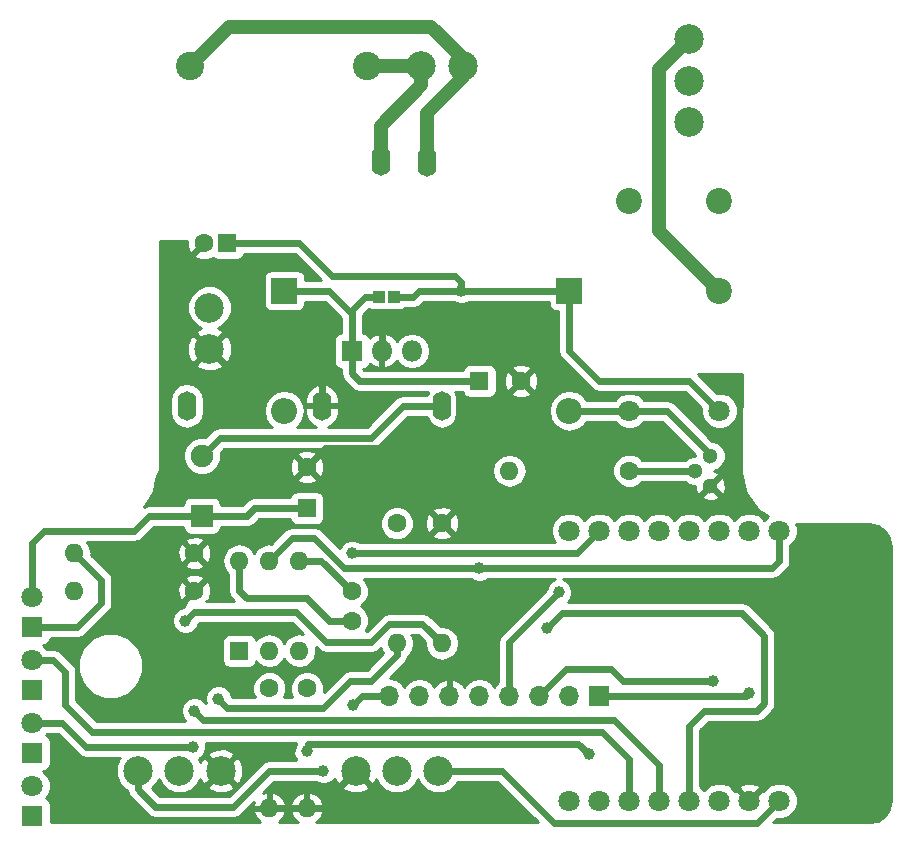
<source format=gbr>
G04 #@! TF.FileFunction,Copper,L1,Top,Signal*
%FSLAX46Y46*%
G04 Gerber Fmt 4.6, Leading zero omitted, Abs format (unit mm)*
G04 Created by KiCad (PCBNEW 4.0.7) date 02/09/18 10:32:29*
%MOMM*%
%LPD*%
G01*
G04 APERTURE LIST*
%ADD10C,0.100000*%
%ADD11O,1.600000X2.500000*%
%ADD12C,1.300000*%
%ADD13C,1.800000*%
%ADD14C,2.400000*%
%ADD15C,1.600000*%
%ADD16O,1.600000X1.600000*%
%ADD17R,1.700000X1.700000*%
%ADD18O,1.700000X1.700000*%
%ADD19C,2.500000*%
%ADD20C,2.200000*%
%ADD21R,1.800000X1.800000*%
%ADD22O,1.800000X1.800000*%
%ADD23R,1.600000X1.600000*%
%ADD24R,2.200000X2.200000*%
%ADD25O,2.200000X2.200000*%
%ADD26R,1.905000X1.905000*%
%ADD27C,1.905000*%
%ADD28R,1.000000X1.000000*%
%ADD29C,1.000000*%
%ADD30C,1.200000*%
%ADD31C,1.000000*%
%ADD32C,0.600000*%
%ADD33C,0.254000*%
G04 APERTURE END LIST*
D10*
D11*
X221595000Y-75445000D03*
X217695000Y-75345000D03*
X201295000Y-96105000D03*
X212725000Y-96105000D03*
X222885000Y-96105000D03*
D12*
X244348000Y-101600000D03*
X245618000Y-100330000D03*
X245618000Y-102870000D03*
D13*
X233680000Y-129540000D03*
X236220000Y-129540000D03*
X238760000Y-129540000D03*
X241300000Y-129540000D03*
X243840000Y-129540000D03*
X246380000Y-129540000D03*
X248920000Y-129540000D03*
X251460000Y-129540000D03*
X251460000Y-106680000D03*
X248920000Y-106680000D03*
X246380000Y-106680000D03*
X243840000Y-106680000D03*
X241300000Y-106680000D03*
X238760000Y-106680000D03*
X236220000Y-106680000D03*
X233680000Y-106680000D03*
D14*
X216535000Y-67310000D03*
X201535000Y-67310000D03*
D15*
X222885000Y-106045000D03*
D16*
X222885000Y-116205000D03*
D17*
X236220000Y-120650000D03*
D18*
X233680000Y-120650000D03*
X231140000Y-120650000D03*
X228600000Y-120650000D03*
X226060000Y-120650000D03*
X223520000Y-120650000D03*
X220980000Y-120650000D03*
X218440000Y-120650000D03*
D19*
X224635000Y-67310000D03*
X221135000Y-67310000D03*
D13*
X246380000Y-96520000D03*
X238760000Y-96520000D03*
D20*
X246380000Y-86360000D03*
X246380000Y-78740000D03*
X238760000Y-78740000D03*
D21*
X215265000Y-91440000D03*
D22*
X217805000Y-91440000D03*
X220345000Y-91440000D03*
D23*
X226060000Y-93980000D03*
D15*
X229560000Y-93980000D03*
D23*
X204724000Y-82296000D03*
D15*
X202724000Y-82296000D03*
D23*
X211455000Y-104775000D03*
D15*
X211455000Y-101275000D03*
X215265000Y-114300000D03*
X215265000Y-111800000D03*
D21*
X188214000Y-120142000D03*
D13*
X188214000Y-117602000D03*
D21*
X188214000Y-125476000D03*
D13*
X188214000Y-122936000D03*
D21*
X188214000Y-130810000D03*
D13*
X188214000Y-128270000D03*
D24*
X233680000Y-86360000D03*
D25*
X233680000Y-96520000D03*
D19*
X203200000Y-87785000D03*
X203200000Y-91285000D03*
X215575000Y-127000000D03*
X219075000Y-127000000D03*
X222575000Y-127000000D03*
X197160000Y-127000000D03*
X200660000Y-127000000D03*
X204160000Y-127000000D03*
X243840000Y-72080000D03*
X243840000Y-68580000D03*
X243840000Y-65080000D03*
D26*
X202565000Y-105410000D03*
D27*
X202565000Y-100330000D03*
D15*
X201930000Y-108585000D03*
D16*
X191770000Y-108585000D03*
D15*
X201930000Y-111760000D03*
D16*
X191770000Y-111760000D03*
D15*
X219075000Y-106045000D03*
D16*
X219075000Y-116205000D03*
D15*
X238760000Y-101600000D03*
D16*
X228600000Y-101600000D03*
D15*
X208280000Y-120015000D03*
D16*
X208280000Y-130175000D03*
D15*
X211455000Y-120015000D03*
D16*
X211455000Y-130175000D03*
D23*
X205740000Y-116840000D03*
D16*
X210820000Y-109220000D03*
X208280000Y-116840000D03*
X208280000Y-109220000D03*
X210820000Y-116840000D03*
X205740000Y-109220000D03*
D21*
X188214000Y-114808000D03*
D13*
X188214000Y-112268000D03*
D24*
X209550000Y-86360000D03*
D25*
X209550000Y-96520000D03*
D28*
X217536000Y-86868000D03*
X218836000Y-86868000D03*
D29*
X225298000Y-130048000D03*
X201930000Y-118110000D03*
X224536000Y-86360000D03*
X211455000Y-125349000D03*
X235331000Y-125603000D03*
X201168000Y-114300000D03*
X201803000Y-124968000D03*
X201930000Y-121920000D03*
X203962000Y-120904000D03*
X226060000Y-109855000D03*
X215392000Y-121412000D03*
X212852000Y-127000000D03*
X215265000Y-108585000D03*
X231775000Y-114935000D03*
X248920000Y-120396000D03*
X245872000Y-119380000D03*
X232791000Y-111887000D03*
D30*
X216535000Y-67310000D02*
X221135000Y-67310000D01*
X221135000Y-67310000D02*
X221135000Y-68933000D01*
X217695000Y-72373000D02*
X217695000Y-75345000D01*
X221135000Y-68933000D02*
X217695000Y-72373000D01*
X221135000Y-67310000D02*
X221135000Y-68171000D01*
X224635000Y-67310000D02*
X224635000Y-66647000D01*
X224635000Y-66647000D02*
X221996000Y-64008000D01*
X204837000Y-64008000D02*
X201535000Y-67310000D01*
X221996000Y-64008000D02*
X204837000Y-64008000D01*
X224635000Y-67310000D02*
X224635000Y-68227000D01*
X224635000Y-68227000D02*
X221595000Y-71267000D01*
X221595000Y-71267000D02*
X221595000Y-75445000D01*
D31*
X224635000Y-67310000D02*
X224635000Y-67155000D01*
D32*
X216916000Y-86868000D02*
X217536000Y-86868000D01*
X217028000Y-86868000D02*
X216916000Y-86868000D01*
X216916000Y-86868000D02*
X216408000Y-86868000D01*
X216408000Y-86868000D02*
X215138000Y-88138000D01*
X226060000Y-93980000D02*
X215900000Y-93980000D01*
X215900000Y-93980000D02*
X215265000Y-93345000D01*
X215265000Y-93345000D02*
X215265000Y-91440000D01*
X209550000Y-86360000D02*
X213360000Y-86360000D01*
X213360000Y-86360000D02*
X215138000Y-88138000D01*
X215138000Y-88138000D02*
X215265000Y-88265000D01*
X215265000Y-88265000D02*
X215265000Y-91440000D01*
X224790000Y-104140000D02*
X223901000Y-105029000D01*
X224790000Y-104140000D02*
X224536000Y-104140000D01*
X244348000Y-104140000D02*
X224790000Y-104140000D01*
X245618000Y-102870000D02*
X244348000Y-104140000D01*
X224536000Y-104140000D02*
X223901000Y-103505000D01*
X229560000Y-93980000D02*
X229560000Y-93924000D01*
X229560000Y-93924000D02*
X224790000Y-89154000D01*
X224790000Y-89154000D02*
X218313000Y-89154000D01*
X218313000Y-89154000D02*
X217805000Y-89662000D01*
X217805000Y-89662000D02*
X217805000Y-91440000D01*
X212725000Y-96105000D02*
X212725000Y-94234000D01*
X205260000Y-93345000D02*
X203200000Y-91285000D01*
X211836000Y-93345000D02*
X205260000Y-93345000D01*
X212725000Y-94234000D02*
X211836000Y-93345000D01*
X211455000Y-130175000D02*
X212852000Y-130175000D01*
X212852000Y-130175000D02*
X213614000Y-129413000D01*
X213614000Y-129413000D02*
X213614000Y-128961000D01*
X213614000Y-128961000D02*
X215575000Y-127000000D01*
X208280000Y-130175000D02*
X211455000Y-130175000D01*
X212725000Y-96105000D02*
X212691000Y-96105000D01*
X217805000Y-91440000D02*
X217932000Y-91440000D01*
X229560000Y-93980000D02*
X229616000Y-93980000D01*
X229560000Y-93980000D02*
X229489000Y-93980000D01*
X211455000Y-101275000D02*
X211455000Y-101219000D01*
X211455000Y-101219000D02*
X212979000Y-99695000D01*
X212979000Y-99695000D02*
X221361000Y-99695000D01*
X221361000Y-99695000D02*
X222941000Y-101275000D01*
X222885000Y-106045000D02*
X223901000Y-105029000D01*
X223901000Y-103505000D02*
X223901000Y-102235000D01*
X223901000Y-102235000D02*
X222941000Y-101275000D01*
X215646000Y-127000000D02*
X218694000Y-130048000D01*
X218694000Y-130048000D02*
X224282000Y-130048000D01*
X224282000Y-130048000D02*
X225298000Y-130048000D01*
X215575000Y-127071000D02*
X215575000Y-127000000D01*
X215575000Y-127000000D02*
X215646000Y-127000000D01*
X201930000Y-118110000D02*
X199390000Y-115570000D01*
X199390000Y-115570000D02*
X199390000Y-114300000D01*
X199390000Y-114300000D02*
X201930000Y-111760000D01*
X218836000Y-86868000D02*
X220472000Y-86868000D01*
X220472000Y-86868000D02*
X220980000Y-86360000D01*
X220980000Y-86360000D02*
X224536000Y-86360000D01*
X219964000Y-85090000D02*
X224028000Y-85090000D01*
X218186000Y-85090000D02*
X219964000Y-85090000D01*
X210820000Y-82296000D02*
X213614000Y-85090000D01*
X213614000Y-85090000D02*
X218186000Y-85090000D01*
X204724000Y-82296000D02*
X210820000Y-82296000D01*
X224536000Y-85598000D02*
X224536000Y-86360000D01*
X224028000Y-85090000D02*
X224536000Y-85598000D01*
X220980000Y-86360000D02*
X233680000Y-86360000D01*
X220472000Y-86868000D02*
X220980000Y-86360000D01*
X202565000Y-105410000D02*
X198120000Y-105410000D01*
X198120000Y-105410000D02*
X196850000Y-106680000D01*
X196850000Y-106680000D02*
X189230000Y-106680000D01*
X189230000Y-106680000D02*
X188214000Y-107696000D01*
X188214000Y-107696000D02*
X188214000Y-112268000D01*
X202565000Y-105410000D02*
X206375000Y-105410000D01*
X206375000Y-105410000D02*
X207010000Y-104775000D01*
X207010000Y-104775000D02*
X211455000Y-104775000D01*
X202311000Y-105664000D02*
X202565000Y-105410000D01*
X202946000Y-105664000D02*
X203200000Y-105410000D01*
X222575000Y-127000000D02*
X227965000Y-127000000D01*
X227965000Y-127000000D02*
X232410000Y-131445000D01*
X232410000Y-131445000D02*
X249555000Y-131445000D01*
X249555000Y-131445000D02*
X251460000Y-129540000D01*
X233680000Y-86360000D02*
X233680000Y-91440000D01*
X233680000Y-91440000D02*
X236220000Y-93980000D01*
X236220000Y-93980000D02*
X243840000Y-93980000D01*
X243840000Y-93980000D02*
X246380000Y-96520000D01*
X215265000Y-114300000D02*
X213360000Y-114300000D01*
X213360000Y-114300000D02*
X211455000Y-112395000D01*
X211455000Y-112395000D02*
X206375000Y-112395000D01*
X206375000Y-112395000D02*
X205740000Y-111760000D01*
X205740000Y-111760000D02*
X205740000Y-109220000D01*
X211455000Y-125349000D02*
X211582000Y-124714000D01*
X211582000Y-124714000D02*
X234442000Y-124714000D01*
X234442000Y-124714000D02*
X235331000Y-125603000D01*
X210820000Y-109220000D02*
X212685000Y-109220000D01*
X212685000Y-109220000D02*
X215265000Y-111800000D01*
X188214000Y-114808000D02*
X192024000Y-114808000D01*
X192024000Y-114808000D02*
X194056000Y-112776000D01*
X194056000Y-112776000D02*
X194056000Y-110871000D01*
X194056000Y-110871000D02*
X191770000Y-108585000D01*
X191389000Y-108204000D02*
X191770000Y-108585000D01*
X188214000Y-117602000D02*
X189992000Y-117602000D01*
X189992000Y-117602000D02*
X191008000Y-118618000D01*
X191008000Y-118618000D02*
X191008000Y-121412000D01*
X191008000Y-121412000D02*
X193294000Y-123698000D01*
X193294000Y-123698000D02*
X236474000Y-123698000D01*
X236474000Y-123698000D02*
X238760000Y-125984000D01*
X238760000Y-125984000D02*
X238760000Y-129540000D01*
X222885000Y-116205000D02*
X221488000Y-114808000D01*
X221488000Y-114808000D02*
X221234000Y-114554000D01*
X221234000Y-114554000D02*
X218440000Y-114554000D01*
X218440000Y-114554000D02*
X216916000Y-116078000D01*
X216916000Y-116078000D02*
X213106000Y-116078000D01*
X213106000Y-116078000D02*
X210566000Y-113538000D01*
X201168000Y-114300000D02*
X201930000Y-113538000D01*
X201930000Y-113538000D02*
X210566000Y-113538000D01*
X203200000Y-122682000D02*
X202692000Y-122682000D01*
X202692000Y-122682000D02*
X201930000Y-121920000D01*
X192786000Y-124968000D02*
X201803000Y-124968000D01*
X203200000Y-122682000D02*
X208788000Y-122682000D01*
X188214000Y-122936000D02*
X190754000Y-122936000D01*
X190754000Y-122936000D02*
X192786000Y-124968000D01*
X208788000Y-122682000D02*
X237490000Y-122682000D01*
X237490000Y-122682000D02*
X241300000Y-126492000D01*
X241300000Y-126492000D02*
X241300000Y-129540000D01*
X214122000Y-120396000D02*
X215138000Y-119380000D01*
X215138000Y-119380000D02*
X216916000Y-119380000D01*
X216916000Y-119380000D02*
X219075000Y-117221000D01*
X219075000Y-117221000D02*
X219075000Y-116205000D01*
X210312000Y-121666000D02*
X204724000Y-121666000D01*
X204724000Y-121666000D02*
X203962000Y-120904000D01*
X214122000Y-120396000D02*
X212852000Y-121666000D01*
X212852000Y-121666000D02*
X210312000Y-121666000D01*
X210312000Y-121666000D02*
X210058000Y-121666000D01*
X245618000Y-100330000D02*
X245618000Y-100203000D01*
X245618000Y-100203000D02*
X241935000Y-96520000D01*
X241935000Y-96520000D02*
X238760000Y-96520000D01*
X233680000Y-96520000D02*
X238760000Y-96520000D01*
X224790000Y-109855000D02*
X226060000Y-109855000D01*
X226060000Y-109855000D02*
X250825000Y-109855000D01*
X251460000Y-106680000D02*
X251460000Y-109220000D01*
X251460000Y-109220000D02*
X250825000Y-109855000D01*
X224790000Y-109855000D02*
X219075000Y-109855000D01*
X219075000Y-109855000D02*
X215265000Y-109855000D01*
X215265000Y-109855000D02*
X214630000Y-109855000D01*
X214630000Y-109855000D02*
X212090000Y-107315000D01*
X212090000Y-107315000D02*
X210185000Y-107315000D01*
X210185000Y-107315000D02*
X208280000Y-109220000D01*
X204470000Y-130048000D02*
X205232000Y-130048000D01*
X205232000Y-130048000D02*
X208280000Y-127000000D01*
X208280000Y-127000000D02*
X212852000Y-127000000D01*
X197160000Y-127000000D02*
X197160000Y-128580000D01*
X216154000Y-120650000D02*
X218440000Y-120650000D01*
X215392000Y-121412000D02*
X216154000Y-120650000D01*
X198628000Y-130048000D02*
X204470000Y-130048000D01*
X204470000Y-130048000D02*
X204724000Y-130048000D01*
X197160000Y-128580000D02*
X198628000Y-130048000D01*
X234315000Y-108585000D02*
X215265000Y-108585000D01*
X234315000Y-108585000D02*
X236220000Y-106680000D01*
D30*
X243840000Y-65080000D02*
X243784000Y-65080000D01*
X243784000Y-65080000D02*
X241300000Y-67564000D01*
X241300000Y-67564000D02*
X241300000Y-81280000D01*
X241300000Y-81280000D02*
X246380000Y-86360000D01*
D32*
X222885000Y-96105000D02*
X219617000Y-96105000D01*
X204089000Y-98806000D02*
X202565000Y-100330000D01*
X216916000Y-98806000D02*
X204089000Y-98806000D01*
X219617000Y-96105000D02*
X216916000Y-98806000D01*
X238760000Y-101600000D02*
X244348000Y-101600000D01*
X250190000Y-121285000D02*
X250190000Y-115570000D01*
X250190000Y-115570000D02*
X248285000Y-113665000D01*
X248285000Y-113665000D02*
X233045000Y-113665000D01*
X233045000Y-113665000D02*
X231775000Y-114935000D01*
X243840000Y-129540000D02*
X243840000Y-123190000D01*
X243840000Y-123190000D02*
X245110000Y-121920000D01*
X245110000Y-121920000D02*
X249555000Y-121920000D01*
X249555000Y-121920000D02*
X250190000Y-121285000D01*
X236220000Y-120650000D02*
X248666000Y-120650000D01*
X248666000Y-120650000D02*
X248920000Y-120396000D01*
X245872000Y-119380000D02*
X238252000Y-119380000D01*
X238252000Y-119380000D02*
X237236000Y-118364000D01*
X237236000Y-118364000D02*
X233426000Y-118364000D01*
X233426000Y-118364000D02*
X231140000Y-120650000D01*
X232791000Y-111887000D02*
X228600000Y-116078000D01*
X228600000Y-116078000D02*
X228600000Y-120650000D01*
D33*
G36*
X259774989Y-106272152D02*
X260364170Y-106665830D01*
X260757848Y-107255011D01*
X260910000Y-108019931D01*
X260910000Y-129470069D01*
X260757848Y-130234989D01*
X260364170Y-130824170D01*
X259774989Y-131217848D01*
X259010069Y-131370000D01*
X250952290Y-131370000D01*
X251247475Y-131074815D01*
X251763991Y-131075265D01*
X252328371Y-130842068D01*
X252760551Y-130410643D01*
X252994733Y-129846670D01*
X252995265Y-129236009D01*
X252762068Y-128671629D01*
X252330643Y-128239449D01*
X251766670Y-128005267D01*
X251156009Y-128004735D01*
X250591629Y-128237932D01*
X250159449Y-128669357D01*
X250150797Y-128690194D01*
X250000159Y-128639446D01*
X249099605Y-129540000D01*
X249113748Y-129554143D01*
X248934143Y-129733748D01*
X248920000Y-129719605D01*
X248905858Y-129733748D01*
X248726253Y-129554143D01*
X248740395Y-129540000D01*
X247839841Y-128639446D01*
X247689673Y-128690035D01*
X247682068Y-128671629D01*
X247470650Y-128459841D01*
X248019446Y-128459841D01*
X248920000Y-129360395D01*
X249820554Y-128459841D01*
X249734148Y-128203357D01*
X249160664Y-127993542D01*
X248550540Y-128019161D01*
X248105852Y-128203357D01*
X248019446Y-128459841D01*
X247470650Y-128459841D01*
X247250643Y-128239449D01*
X246686670Y-128005267D01*
X246076009Y-128004735D01*
X245511629Y-128237932D01*
X245109677Y-128639182D01*
X244775000Y-128303919D01*
X244775000Y-123577290D01*
X245497290Y-122855000D01*
X249555000Y-122855000D01*
X249912809Y-122783827D01*
X250216145Y-122581145D01*
X250851145Y-121946145D01*
X250868614Y-121920000D01*
X251053827Y-121642809D01*
X251125000Y-121285000D01*
X251125000Y-115570000D01*
X251053827Y-115212191D01*
X250851145Y-114908855D01*
X248946145Y-113003855D01*
X248642809Y-112801173D01*
X248285000Y-112730000D01*
X233553062Y-112730000D01*
X233752645Y-112530765D01*
X233925803Y-112113756D01*
X233926197Y-111662225D01*
X233753767Y-111244914D01*
X233434765Y-110925355D01*
X233108795Y-110790000D01*
X250825000Y-110790000D01*
X251182809Y-110718827D01*
X251486145Y-110516145D01*
X252121145Y-109881145D01*
X252177192Y-109797264D01*
X252323827Y-109577809D01*
X252395000Y-109220000D01*
X252395000Y-107915555D01*
X252760551Y-107550643D01*
X252994733Y-106986670D01*
X252995265Y-106376009D01*
X252889484Y-106120000D01*
X259010069Y-106120000D01*
X259774989Y-106272152D01*
X259774989Y-106272152D01*
G37*
X259774989Y-106272152D02*
X260364170Y-106665830D01*
X260757848Y-107255011D01*
X260910000Y-108019931D01*
X260910000Y-129470069D01*
X260757848Y-130234989D01*
X260364170Y-130824170D01*
X259774989Y-131217848D01*
X259010069Y-131370000D01*
X250952290Y-131370000D01*
X251247475Y-131074815D01*
X251763991Y-131075265D01*
X252328371Y-130842068D01*
X252760551Y-130410643D01*
X252994733Y-129846670D01*
X252995265Y-129236009D01*
X252762068Y-128671629D01*
X252330643Y-128239449D01*
X251766670Y-128005267D01*
X251156009Y-128004735D01*
X250591629Y-128237932D01*
X250159449Y-128669357D01*
X250150797Y-128690194D01*
X250000159Y-128639446D01*
X249099605Y-129540000D01*
X249113748Y-129554143D01*
X248934143Y-129733748D01*
X248920000Y-129719605D01*
X248905858Y-129733748D01*
X248726253Y-129554143D01*
X248740395Y-129540000D01*
X247839841Y-128639446D01*
X247689673Y-128690035D01*
X247682068Y-128671629D01*
X247470650Y-128459841D01*
X248019446Y-128459841D01*
X248920000Y-129360395D01*
X249820554Y-128459841D01*
X249734148Y-128203357D01*
X249160664Y-127993542D01*
X248550540Y-128019161D01*
X248105852Y-128203357D01*
X248019446Y-128459841D01*
X247470650Y-128459841D01*
X247250643Y-128239449D01*
X246686670Y-128005267D01*
X246076009Y-128004735D01*
X245511629Y-128237932D01*
X245109677Y-128639182D01*
X244775000Y-128303919D01*
X244775000Y-123577290D01*
X245497290Y-122855000D01*
X249555000Y-122855000D01*
X249912809Y-122783827D01*
X250216145Y-122581145D01*
X250851145Y-121946145D01*
X250868614Y-121920000D01*
X251053827Y-121642809D01*
X251125000Y-121285000D01*
X251125000Y-115570000D01*
X251053827Y-115212191D01*
X250851145Y-114908855D01*
X248946145Y-113003855D01*
X248642809Y-112801173D01*
X248285000Y-112730000D01*
X233553062Y-112730000D01*
X233752645Y-112530765D01*
X233925803Y-112113756D01*
X233926197Y-111662225D01*
X233753767Y-111244914D01*
X233434765Y-110925355D01*
X233108795Y-110790000D01*
X250825000Y-110790000D01*
X251182809Y-110718827D01*
X251486145Y-110516145D01*
X252121145Y-109881145D01*
X252177192Y-109797264D01*
X252323827Y-109577809D01*
X252395000Y-109220000D01*
X252395000Y-107915555D01*
X252760551Y-107550643D01*
X252994733Y-106986670D01*
X252995265Y-106376009D01*
X252889484Y-106120000D01*
X259010069Y-106120000D01*
X259774989Y-106272152D01*
G36*
X192124855Y-125629145D02*
X192428191Y-125831827D01*
X192786000Y-125903000D01*
X195590795Y-125903000D01*
X195562907Y-125930839D01*
X195275328Y-126623405D01*
X195274674Y-127373305D01*
X195561043Y-128066372D01*
X196090839Y-128597093D01*
X196240785Y-128659356D01*
X196296173Y-128937809D01*
X196498855Y-129241145D01*
X197966853Y-130709142D01*
X197966855Y-130709145D01*
X198270191Y-130911827D01*
X198329556Y-130923636D01*
X198628000Y-130983001D01*
X198628005Y-130983000D01*
X205232000Y-130983000D01*
X205589809Y-130911827D01*
X205893145Y-130709145D01*
X206988504Y-129613786D01*
X206888086Y-129825959D01*
X207009371Y-130048000D01*
X208153000Y-130048000D01*
X208153000Y-128905085D01*
X208407000Y-128905085D01*
X208407000Y-130048000D01*
X209550629Y-130048000D01*
X209671914Y-129825959D01*
X210063086Y-129825959D01*
X210184371Y-130048000D01*
X211328000Y-130048000D01*
X211328000Y-128905085D01*
X211582000Y-128905085D01*
X211582000Y-130048000D01*
X212725629Y-130048000D01*
X212846914Y-129825959D01*
X212607389Y-129319866D01*
X212192423Y-128943959D01*
X211804039Y-128783096D01*
X211582000Y-128905085D01*
X211328000Y-128905085D01*
X211105961Y-128783096D01*
X210717577Y-128943959D01*
X210302611Y-129319866D01*
X210063086Y-129825959D01*
X209671914Y-129825959D01*
X209432389Y-129319866D01*
X209017423Y-128943959D01*
X208629039Y-128783096D01*
X208407000Y-128905085D01*
X208153000Y-128905085D01*
X207930961Y-128783096D01*
X207740172Y-128862118D01*
X208268970Y-128333320D01*
X214421285Y-128333320D01*
X214550533Y-128626123D01*
X215250806Y-128894388D01*
X216000435Y-128874250D01*
X216599467Y-128626123D01*
X216728715Y-128333320D01*
X215575000Y-127179605D01*
X214421285Y-128333320D01*
X208268970Y-128333320D01*
X208667290Y-127935000D01*
X212181636Y-127935000D01*
X212208235Y-127961645D01*
X212625244Y-128134803D01*
X213076775Y-128135197D01*
X213494086Y-127962767D01*
X213797755Y-127659627D01*
X213948877Y-128024467D01*
X214241680Y-128153715D01*
X215395395Y-127000000D01*
X215381253Y-126985858D01*
X215560858Y-126806253D01*
X215575000Y-126820395D01*
X215589143Y-126806253D01*
X215768748Y-126985858D01*
X215754605Y-127000000D01*
X216908320Y-128153715D01*
X217201123Y-128024467D01*
X217325056Y-127700955D01*
X217476043Y-128066372D01*
X218005839Y-128597093D01*
X218698405Y-128884672D01*
X219448305Y-128885326D01*
X220141372Y-128598957D01*
X220672093Y-128069161D01*
X220825021Y-127700870D01*
X220976043Y-128066372D01*
X221505839Y-128597093D01*
X222198405Y-128884672D01*
X222948305Y-128885326D01*
X223641372Y-128598957D01*
X224172093Y-128069161D01*
X224227802Y-127935000D01*
X227577710Y-127935000D01*
X231012710Y-131370000D01*
X212232209Y-131370000D01*
X212607389Y-131030134D01*
X212846914Y-130524041D01*
X212725629Y-130302000D01*
X211582000Y-130302000D01*
X211582000Y-130322000D01*
X211328000Y-130322000D01*
X211328000Y-130302000D01*
X210184371Y-130302000D01*
X210063086Y-130524041D01*
X210302611Y-131030134D01*
X210677791Y-131370000D01*
X209057209Y-131370000D01*
X209432389Y-131030134D01*
X209671914Y-130524041D01*
X209550629Y-130302000D01*
X208407000Y-130302000D01*
X208407000Y-130322000D01*
X208153000Y-130322000D01*
X208153000Y-130302000D01*
X207009371Y-130302000D01*
X206888086Y-130524041D01*
X207127611Y-131030134D01*
X207502791Y-131370000D01*
X189761440Y-131370000D01*
X189761440Y-129910000D01*
X189717162Y-129674683D01*
X189578090Y-129458559D01*
X189365890Y-129313569D01*
X189345466Y-129309433D01*
X189514551Y-129140643D01*
X189748733Y-128576670D01*
X189749265Y-127966009D01*
X189516068Y-127401629D01*
X189134659Y-127019553D01*
X189349317Y-126979162D01*
X189565441Y-126840090D01*
X189710431Y-126627890D01*
X189761440Y-126376000D01*
X189761440Y-124576000D01*
X189717162Y-124340683D01*
X189578090Y-124124559D01*
X189365890Y-123979569D01*
X189345466Y-123975433D01*
X189450081Y-123871000D01*
X190366710Y-123871000D01*
X192124855Y-125629145D01*
X192124855Y-125629145D01*
G37*
X192124855Y-125629145D02*
X192428191Y-125831827D01*
X192786000Y-125903000D01*
X195590795Y-125903000D01*
X195562907Y-125930839D01*
X195275328Y-126623405D01*
X195274674Y-127373305D01*
X195561043Y-128066372D01*
X196090839Y-128597093D01*
X196240785Y-128659356D01*
X196296173Y-128937809D01*
X196498855Y-129241145D01*
X197966853Y-130709142D01*
X197966855Y-130709145D01*
X198270191Y-130911827D01*
X198329556Y-130923636D01*
X198628000Y-130983001D01*
X198628005Y-130983000D01*
X205232000Y-130983000D01*
X205589809Y-130911827D01*
X205893145Y-130709145D01*
X206988504Y-129613786D01*
X206888086Y-129825959D01*
X207009371Y-130048000D01*
X208153000Y-130048000D01*
X208153000Y-128905085D01*
X208407000Y-128905085D01*
X208407000Y-130048000D01*
X209550629Y-130048000D01*
X209671914Y-129825959D01*
X210063086Y-129825959D01*
X210184371Y-130048000D01*
X211328000Y-130048000D01*
X211328000Y-128905085D01*
X211582000Y-128905085D01*
X211582000Y-130048000D01*
X212725629Y-130048000D01*
X212846914Y-129825959D01*
X212607389Y-129319866D01*
X212192423Y-128943959D01*
X211804039Y-128783096D01*
X211582000Y-128905085D01*
X211328000Y-128905085D01*
X211105961Y-128783096D01*
X210717577Y-128943959D01*
X210302611Y-129319866D01*
X210063086Y-129825959D01*
X209671914Y-129825959D01*
X209432389Y-129319866D01*
X209017423Y-128943959D01*
X208629039Y-128783096D01*
X208407000Y-128905085D01*
X208153000Y-128905085D01*
X207930961Y-128783096D01*
X207740172Y-128862118D01*
X208268970Y-128333320D01*
X214421285Y-128333320D01*
X214550533Y-128626123D01*
X215250806Y-128894388D01*
X216000435Y-128874250D01*
X216599467Y-128626123D01*
X216728715Y-128333320D01*
X215575000Y-127179605D01*
X214421285Y-128333320D01*
X208268970Y-128333320D01*
X208667290Y-127935000D01*
X212181636Y-127935000D01*
X212208235Y-127961645D01*
X212625244Y-128134803D01*
X213076775Y-128135197D01*
X213494086Y-127962767D01*
X213797755Y-127659627D01*
X213948877Y-128024467D01*
X214241680Y-128153715D01*
X215395395Y-127000000D01*
X215381253Y-126985858D01*
X215560858Y-126806253D01*
X215575000Y-126820395D01*
X215589143Y-126806253D01*
X215768748Y-126985858D01*
X215754605Y-127000000D01*
X216908320Y-128153715D01*
X217201123Y-128024467D01*
X217325056Y-127700955D01*
X217476043Y-128066372D01*
X218005839Y-128597093D01*
X218698405Y-128884672D01*
X219448305Y-128885326D01*
X220141372Y-128598957D01*
X220672093Y-128069161D01*
X220825021Y-127700870D01*
X220976043Y-128066372D01*
X221505839Y-128597093D01*
X222198405Y-128884672D01*
X222948305Y-128885326D01*
X223641372Y-128598957D01*
X224172093Y-128069161D01*
X224227802Y-127935000D01*
X227577710Y-127935000D01*
X231012710Y-131370000D01*
X212232209Y-131370000D01*
X212607389Y-131030134D01*
X212846914Y-130524041D01*
X212725629Y-130302000D01*
X211582000Y-130302000D01*
X211582000Y-130322000D01*
X211328000Y-130322000D01*
X211328000Y-130302000D01*
X210184371Y-130302000D01*
X210063086Y-130524041D01*
X210302611Y-131030134D01*
X210677791Y-131370000D01*
X209057209Y-131370000D01*
X209432389Y-131030134D01*
X209671914Y-130524041D01*
X209550629Y-130302000D01*
X208407000Y-130302000D01*
X208407000Y-130322000D01*
X208153000Y-130322000D01*
X208153000Y-130302000D01*
X207009371Y-130302000D01*
X206888086Y-130524041D01*
X207127611Y-131030134D01*
X207502791Y-131370000D01*
X189761440Y-131370000D01*
X189761440Y-129910000D01*
X189717162Y-129674683D01*
X189578090Y-129458559D01*
X189365890Y-129313569D01*
X189345466Y-129309433D01*
X189514551Y-129140643D01*
X189748733Y-128576670D01*
X189749265Y-127966009D01*
X189516068Y-127401629D01*
X189134659Y-127019553D01*
X189349317Y-126979162D01*
X189565441Y-126840090D01*
X189710431Y-126627890D01*
X189761440Y-126376000D01*
X189761440Y-124576000D01*
X189717162Y-124340683D01*
X189578090Y-124124559D01*
X189365890Y-123979569D01*
X189345466Y-123975433D01*
X189450081Y-123871000D01*
X190366710Y-123871000D01*
X192124855Y-125629145D01*
G36*
X210493355Y-124705235D02*
X210320197Y-125122244D01*
X210319803Y-125573775D01*
X210492233Y-125991086D01*
X210566018Y-126065000D01*
X208280000Y-126065000D01*
X207922191Y-126136173D01*
X207618855Y-126338855D01*
X204844710Y-129113000D01*
X199015289Y-129113000D01*
X198363929Y-128461640D01*
X198757093Y-128069161D01*
X198910021Y-127700870D01*
X199061043Y-128066372D01*
X199590839Y-128597093D01*
X200283405Y-128884672D01*
X201033305Y-128885326D01*
X201726372Y-128598957D01*
X201992472Y-128333320D01*
X203006285Y-128333320D01*
X203135533Y-128626123D01*
X203835806Y-128894388D01*
X204585435Y-128874250D01*
X205184467Y-128626123D01*
X205313715Y-128333320D01*
X204160000Y-127179605D01*
X203006285Y-128333320D01*
X201992472Y-128333320D01*
X202257093Y-128069161D01*
X202404924Y-127713146D01*
X202533877Y-128024467D01*
X202826680Y-128153715D01*
X203980395Y-127000000D01*
X204339605Y-127000000D01*
X205493320Y-128153715D01*
X205786123Y-128024467D01*
X206054388Y-127324194D01*
X206034250Y-126574565D01*
X205786123Y-125975533D01*
X205493320Y-125846285D01*
X204339605Y-127000000D01*
X203980395Y-127000000D01*
X202826680Y-125846285D01*
X202533877Y-125975533D01*
X202409944Y-126299045D01*
X202285091Y-125996876D01*
X202445086Y-125930767D01*
X202709634Y-125666680D01*
X203006285Y-125666680D01*
X204160000Y-126820395D01*
X205313715Y-125666680D01*
X205184467Y-125373877D01*
X204484194Y-125105612D01*
X203734565Y-125125750D01*
X203135533Y-125373877D01*
X203006285Y-125666680D01*
X202709634Y-125666680D01*
X202764645Y-125611765D01*
X202937803Y-125194756D01*
X202938197Y-124743225D01*
X202892653Y-124633000D01*
X210565716Y-124633000D01*
X210493355Y-124705235D01*
X210493355Y-124705235D01*
G37*
X210493355Y-124705235D02*
X210320197Y-125122244D01*
X210319803Y-125573775D01*
X210492233Y-125991086D01*
X210566018Y-126065000D01*
X208280000Y-126065000D01*
X207922191Y-126136173D01*
X207618855Y-126338855D01*
X204844710Y-129113000D01*
X199015289Y-129113000D01*
X198363929Y-128461640D01*
X198757093Y-128069161D01*
X198910021Y-127700870D01*
X199061043Y-128066372D01*
X199590839Y-128597093D01*
X200283405Y-128884672D01*
X201033305Y-128885326D01*
X201726372Y-128598957D01*
X201992472Y-128333320D01*
X203006285Y-128333320D01*
X203135533Y-128626123D01*
X203835806Y-128894388D01*
X204585435Y-128874250D01*
X205184467Y-128626123D01*
X205313715Y-128333320D01*
X204160000Y-127179605D01*
X203006285Y-128333320D01*
X201992472Y-128333320D01*
X202257093Y-128069161D01*
X202404924Y-127713146D01*
X202533877Y-128024467D01*
X202826680Y-128153715D01*
X203980395Y-127000000D01*
X204339605Y-127000000D01*
X205493320Y-128153715D01*
X205786123Y-128024467D01*
X206054388Y-127324194D01*
X206034250Y-126574565D01*
X205786123Y-125975533D01*
X205493320Y-125846285D01*
X204339605Y-127000000D01*
X203980395Y-127000000D01*
X202826680Y-125846285D01*
X202533877Y-125975533D01*
X202409944Y-126299045D01*
X202285091Y-125996876D01*
X202445086Y-125930767D01*
X202709634Y-125666680D01*
X203006285Y-125666680D01*
X204160000Y-126820395D01*
X205313715Y-125666680D01*
X205184467Y-125373877D01*
X204484194Y-125105612D01*
X203734565Y-125125750D01*
X203135533Y-125373877D01*
X203006285Y-125666680D01*
X202709634Y-125666680D01*
X202764645Y-125611765D01*
X202937803Y-125194756D01*
X202938197Y-124743225D01*
X202892653Y-124633000D01*
X210565716Y-124633000D01*
X210493355Y-124705235D01*
G36*
X201304222Y-82649454D02*
X201470136Y-83050005D01*
X201716255Y-83124139D01*
X202544395Y-82296000D01*
X202530253Y-82281858D01*
X202643110Y-82169000D01*
X202804890Y-82169000D01*
X202917748Y-82281858D01*
X202903605Y-82296000D01*
X202917748Y-82310143D01*
X202738142Y-82489748D01*
X202724000Y-82475605D01*
X201895861Y-83303745D01*
X201969995Y-83549864D01*
X202507223Y-83742965D01*
X203077454Y-83715778D01*
X203468947Y-83553616D01*
X203672110Y-83692431D01*
X203924000Y-83743440D01*
X205524000Y-83743440D01*
X205759317Y-83699162D01*
X205975441Y-83560090D01*
X206120431Y-83347890D01*
X206144102Y-83231000D01*
X210432710Y-83231000D01*
X212626710Y-85425000D01*
X211297440Y-85425000D01*
X211297440Y-85260000D01*
X211253162Y-85024683D01*
X211114090Y-84808559D01*
X210901890Y-84663569D01*
X210650000Y-84612560D01*
X208450000Y-84612560D01*
X208214683Y-84656838D01*
X207998559Y-84795910D01*
X207853569Y-85008110D01*
X207802560Y-85260000D01*
X207802560Y-87460000D01*
X207846838Y-87695317D01*
X207985910Y-87911441D01*
X208198110Y-88056431D01*
X208450000Y-88107440D01*
X210650000Y-88107440D01*
X210885317Y-88063162D01*
X211101441Y-87924090D01*
X211246431Y-87711890D01*
X211297440Y-87460000D01*
X211297440Y-87295000D01*
X212972710Y-87295000D01*
X214330000Y-88652290D01*
X214330000Y-89899146D01*
X214129683Y-89936838D01*
X213913559Y-90075910D01*
X213768569Y-90288110D01*
X213717560Y-90540000D01*
X213717560Y-92340000D01*
X213761838Y-92575317D01*
X213900910Y-92791441D01*
X214113110Y-92936431D01*
X214330000Y-92980352D01*
X214330000Y-93345000D01*
X214401173Y-93702809D01*
X214603855Y-94006145D01*
X215238855Y-94641145D01*
X215542191Y-94843827D01*
X215900000Y-94915000D01*
X221738790Y-94915000D01*
X221697815Y-94976323D01*
X221659290Y-95170000D01*
X219617000Y-95170000D01*
X219259191Y-95241173D01*
X218955855Y-95443855D01*
X216528710Y-97871000D01*
X213263462Y-97871000D01*
X213649896Y-97659500D01*
X214002166Y-97221483D01*
X214160000Y-96682000D01*
X214160000Y-96232000D01*
X212852000Y-96232000D01*
X212852000Y-96252000D01*
X212598000Y-96252000D01*
X212598000Y-96232000D01*
X211290000Y-96232000D01*
X211290000Y-96682000D01*
X211447834Y-97221483D01*
X211800104Y-97659500D01*
X212186538Y-97871000D01*
X210641868Y-97871000D01*
X210776830Y-97780821D01*
X211152931Y-97217947D01*
X211285000Y-96553991D01*
X211285000Y-96486009D01*
X211152931Y-95822053D01*
X210956451Y-95528000D01*
X211290000Y-95528000D01*
X211290000Y-95978000D01*
X212598000Y-95978000D01*
X212598000Y-94385085D01*
X212852000Y-94385085D01*
X212852000Y-95978000D01*
X214160000Y-95978000D01*
X214160000Y-95528000D01*
X214002166Y-94988517D01*
X213649896Y-94550500D01*
X213156819Y-94280633D01*
X213074039Y-94263096D01*
X212852000Y-94385085D01*
X212598000Y-94385085D01*
X212375961Y-94263096D01*
X212293181Y-94280633D01*
X211800104Y-94550500D01*
X211447834Y-94988517D01*
X211290000Y-95528000D01*
X210956451Y-95528000D01*
X210776830Y-95259179D01*
X210213956Y-94883078D01*
X209550000Y-94751009D01*
X208886044Y-94883078D01*
X208323170Y-95259179D01*
X207947069Y-95822053D01*
X207815000Y-96486009D01*
X207815000Y-96553991D01*
X207947069Y-97217947D01*
X208323170Y-97780821D01*
X208458132Y-97871000D01*
X204089000Y-97871000D01*
X203731191Y-97942173D01*
X203427855Y-98144855D01*
X202829980Y-98742730D01*
X202250612Y-98742225D01*
X201666928Y-98983398D01*
X201219968Y-99429579D01*
X200977776Y-100012841D01*
X200977225Y-100644388D01*
X201218398Y-101228072D01*
X201664579Y-101675032D01*
X202247841Y-101917224D01*
X202879388Y-101917775D01*
X203463072Y-101676602D01*
X203910032Y-101230421D01*
X203981534Y-101058223D01*
X210008035Y-101058223D01*
X210035222Y-101628454D01*
X210201136Y-102029005D01*
X210447255Y-102103139D01*
X211275395Y-101275000D01*
X211634605Y-101275000D01*
X212462745Y-102103139D01*
X212708864Y-102029005D01*
X212863065Y-101600000D01*
X227136887Y-101600000D01*
X227246120Y-102149151D01*
X227557189Y-102614698D01*
X228022736Y-102925767D01*
X228571887Y-103035000D01*
X228628113Y-103035000D01*
X229177264Y-102925767D01*
X229642811Y-102614698D01*
X229953880Y-102149151D01*
X230063113Y-101600000D01*
X229953880Y-101050849D01*
X229642811Y-100585302D01*
X229177264Y-100274233D01*
X228628113Y-100165000D01*
X228571887Y-100165000D01*
X228022736Y-100274233D01*
X227557189Y-100585302D01*
X227246120Y-101050849D01*
X227136887Y-101600000D01*
X212863065Y-101600000D01*
X212901965Y-101491777D01*
X212874778Y-100921546D01*
X212708864Y-100520995D01*
X212462745Y-100446861D01*
X211634605Y-101275000D01*
X211275395Y-101275000D01*
X210447255Y-100446861D01*
X210201136Y-100520995D01*
X210008035Y-101058223D01*
X203981534Y-101058223D01*
X204152224Y-100647159D01*
X204152555Y-100267255D01*
X210626861Y-100267255D01*
X211455000Y-101095395D01*
X212283139Y-100267255D01*
X212209005Y-100021136D01*
X211671777Y-99828035D01*
X211101546Y-99855222D01*
X210700995Y-100021136D01*
X210626861Y-100267255D01*
X204152555Y-100267255D01*
X204152732Y-100064558D01*
X204476290Y-99741000D01*
X216916000Y-99741000D01*
X217273809Y-99669827D01*
X217577145Y-99467145D01*
X220004290Y-97040000D01*
X221659290Y-97040000D01*
X221697815Y-97233677D01*
X221976368Y-97650561D01*
X222393252Y-97929114D01*
X222885000Y-98026929D01*
X223376748Y-97929114D01*
X223793632Y-97650561D01*
X224072185Y-97233677D01*
X224170000Y-96741929D01*
X224170000Y-96486009D01*
X231945000Y-96486009D01*
X231945000Y-96553991D01*
X232077069Y-97217947D01*
X232453170Y-97780821D01*
X233016044Y-98156922D01*
X233680000Y-98288991D01*
X234343956Y-98156922D01*
X234906830Y-97780821D01*
X235124537Y-97455000D01*
X237524445Y-97455000D01*
X237889357Y-97820551D01*
X238453330Y-98054733D01*
X239063991Y-98055265D01*
X239628371Y-97822068D01*
X239996081Y-97455000D01*
X241547710Y-97455000D01*
X244333077Y-100240367D01*
X244333012Y-100314986D01*
X244093519Y-100314777D01*
X243621057Y-100509995D01*
X243465781Y-100665000D01*
X239854258Y-100665000D01*
X239573923Y-100384176D01*
X239046691Y-100165250D01*
X238475813Y-100164752D01*
X237948200Y-100382757D01*
X237544176Y-100786077D01*
X237325250Y-101313309D01*
X237324752Y-101884187D01*
X237542757Y-102411800D01*
X237946077Y-102815824D01*
X238473309Y-103034750D01*
X239044187Y-103035248D01*
X239571800Y-102817243D01*
X239854536Y-102535000D01*
X243465689Y-102535000D01*
X243619155Y-102688735D01*
X244091276Y-102884777D01*
X244331717Y-102884987D01*
X244349917Y-103199428D01*
X244488389Y-103533729D01*
X244718984Y-103589410D01*
X245438395Y-102870000D01*
X245797605Y-102870000D01*
X246517016Y-103589410D01*
X246747611Y-103533729D01*
X246915622Y-103050922D01*
X246886083Y-102540572D01*
X246747611Y-102206271D01*
X246517016Y-102150590D01*
X245797605Y-102870000D01*
X245438395Y-102870000D01*
X245424252Y-102855858D01*
X245603858Y-102676253D01*
X245618000Y-102690395D01*
X246337410Y-101970984D01*
X246281729Y-101740389D01*
X245895140Y-101605861D01*
X246344943Y-101420005D01*
X246706735Y-101058845D01*
X246902777Y-100586724D01*
X246903223Y-100075519D01*
X246708005Y-99603057D01*
X246346845Y-99241265D01*
X245874724Y-99045223D01*
X245782432Y-99045142D01*
X242596145Y-95858855D01*
X242292809Y-95656173D01*
X241935000Y-95585000D01*
X239995555Y-95585000D01*
X239630643Y-95219449D01*
X239066670Y-94985267D01*
X238456009Y-94984735D01*
X237891629Y-95217932D01*
X237523919Y-95585000D01*
X235124537Y-95585000D01*
X234906830Y-95259179D01*
X234343956Y-94883078D01*
X233680000Y-94751009D01*
X233016044Y-94883078D01*
X232453170Y-95259179D01*
X232077069Y-95822053D01*
X231945000Y-96486009D01*
X224170000Y-96486009D01*
X224170000Y-95468071D01*
X224072185Y-94976323D01*
X224031210Y-94915000D01*
X224637962Y-94915000D01*
X224656838Y-95015317D01*
X224795910Y-95231441D01*
X225008110Y-95376431D01*
X225260000Y-95427440D01*
X226860000Y-95427440D01*
X227095317Y-95383162D01*
X227311441Y-95244090D01*
X227456431Y-95031890D01*
X227465370Y-94987745D01*
X228731861Y-94987745D01*
X228805995Y-95233864D01*
X229343223Y-95426965D01*
X229913454Y-95399778D01*
X230314005Y-95233864D01*
X230388139Y-94987745D01*
X229560000Y-94159605D01*
X228731861Y-94987745D01*
X227465370Y-94987745D01*
X227507440Y-94780000D01*
X227507440Y-93763223D01*
X228113035Y-93763223D01*
X228140222Y-94333454D01*
X228306136Y-94734005D01*
X228552255Y-94808139D01*
X229380395Y-93980000D01*
X229739605Y-93980000D01*
X230567745Y-94808139D01*
X230813864Y-94734005D01*
X231006965Y-94196777D01*
X230979778Y-93626546D01*
X230813864Y-93225995D01*
X230567745Y-93151861D01*
X229739605Y-93980000D01*
X229380395Y-93980000D01*
X228552255Y-93151861D01*
X228306136Y-93225995D01*
X228113035Y-93763223D01*
X227507440Y-93763223D01*
X227507440Y-93180000D01*
X227468351Y-92972255D01*
X228731861Y-92972255D01*
X229560000Y-93800395D01*
X230388139Y-92972255D01*
X230314005Y-92726136D01*
X229776777Y-92533035D01*
X229206546Y-92560222D01*
X228805995Y-92726136D01*
X228731861Y-92972255D01*
X227468351Y-92972255D01*
X227463162Y-92944683D01*
X227324090Y-92728559D01*
X227111890Y-92583569D01*
X226860000Y-92532560D01*
X225260000Y-92532560D01*
X225024683Y-92576838D01*
X224808559Y-92715910D01*
X224663569Y-92928110D01*
X224639898Y-93045000D01*
X216287290Y-93045000D01*
X216219479Y-92977189D01*
X216400317Y-92943162D01*
X216616441Y-92804090D01*
X216761431Y-92591890D01*
X216771766Y-92540854D01*
X216897424Y-92677966D01*
X217440258Y-92931046D01*
X217678000Y-92810997D01*
X217678000Y-91567000D01*
X217658000Y-91567000D01*
X217658000Y-91313000D01*
X217678000Y-91313000D01*
X217678000Y-90069003D01*
X217932000Y-90069003D01*
X217932000Y-91313000D01*
X217952000Y-91313000D01*
X217952000Y-91567000D01*
X217932000Y-91567000D01*
X217932000Y-92810997D01*
X218169742Y-92931046D01*
X218712576Y-92677966D01*
X219070499Y-92287418D01*
X219229519Y-92525409D01*
X219727509Y-92858155D01*
X220314928Y-92975000D01*
X220375072Y-92975000D01*
X220962491Y-92858155D01*
X221460481Y-92525409D01*
X221793227Y-92027419D01*
X221910072Y-91440000D01*
X221793227Y-90852581D01*
X221460481Y-90354591D01*
X220962491Y-90021845D01*
X220375072Y-89905000D01*
X220314928Y-89905000D01*
X219727509Y-90021845D01*
X219229519Y-90354591D01*
X219070499Y-90592582D01*
X218712576Y-90202034D01*
X218169742Y-89948954D01*
X217932000Y-90069003D01*
X217678000Y-90069003D01*
X217440258Y-89948954D01*
X216897424Y-90202034D01*
X216774156Y-90336538D01*
X216768162Y-90304683D01*
X216629090Y-90088559D01*
X216416890Y-89943569D01*
X216200000Y-89899648D01*
X216200000Y-88398290D01*
X216694849Y-87903441D01*
X216784110Y-87964431D01*
X217036000Y-88015440D01*
X218036000Y-88015440D01*
X218191507Y-87986179D01*
X218336000Y-88015440D01*
X219336000Y-88015440D01*
X219571317Y-87971162D01*
X219787441Y-87832090D01*
X219807317Y-87803000D01*
X220472000Y-87803000D01*
X220829809Y-87731827D01*
X221133145Y-87529145D01*
X221367290Y-87295000D01*
X223865636Y-87295000D01*
X223892235Y-87321645D01*
X224309244Y-87494803D01*
X224760775Y-87495197D01*
X225178086Y-87322767D01*
X225205901Y-87295000D01*
X231932560Y-87295000D01*
X231932560Y-87460000D01*
X231976838Y-87695317D01*
X232115910Y-87911441D01*
X232328110Y-88056431D01*
X232580000Y-88107440D01*
X232745000Y-88107440D01*
X232745000Y-91440000D01*
X232816173Y-91797809D01*
X233018855Y-92101145D01*
X235558855Y-94641145D01*
X235862191Y-94843827D01*
X236220000Y-94915000D01*
X243452710Y-94915000D01*
X244845185Y-96307475D01*
X244844735Y-96823991D01*
X245077932Y-97388371D01*
X245509357Y-97820551D01*
X246073330Y-98054733D01*
X246683991Y-98055265D01*
X247248371Y-97822068D01*
X247680551Y-97390643D01*
X247914733Y-96826670D01*
X247915265Y-96216009D01*
X247682068Y-95651629D01*
X247250643Y-95219449D01*
X246686670Y-94985267D01*
X246167104Y-94984814D01*
X244602290Y-93420000D01*
X248285000Y-93420000D01*
X248285000Y-96073018D01*
X248223642Y-96381486D01*
X248223642Y-96451416D01*
X248210000Y-96520000D01*
X248210000Y-101600000D01*
X248223642Y-101668584D01*
X248223642Y-101738514D01*
X248513661Y-103196538D01*
X248567933Y-103327560D01*
X248619676Y-103452479D01*
X249445579Y-104688532D01*
X249548184Y-104791136D01*
X249641468Y-104884420D01*
X250506798Y-105462615D01*
X250189677Y-105779182D01*
X249790643Y-105379449D01*
X249226670Y-105145267D01*
X248616009Y-105144735D01*
X248051629Y-105377932D01*
X247649677Y-105779182D01*
X247250643Y-105379449D01*
X246686670Y-105145267D01*
X246076009Y-105144735D01*
X245511629Y-105377932D01*
X245109677Y-105779182D01*
X244710643Y-105379449D01*
X244146670Y-105145267D01*
X243536009Y-105144735D01*
X242971629Y-105377932D01*
X242569677Y-105779182D01*
X242170643Y-105379449D01*
X241606670Y-105145267D01*
X240996009Y-105144735D01*
X240431629Y-105377932D01*
X240029677Y-105779182D01*
X239630643Y-105379449D01*
X239066670Y-105145267D01*
X238456009Y-105144735D01*
X237891629Y-105377932D01*
X237489677Y-105779182D01*
X237090643Y-105379449D01*
X236526670Y-105145267D01*
X235916009Y-105144735D01*
X235351629Y-105377932D01*
X234949677Y-105779182D01*
X234550643Y-105379449D01*
X233986670Y-105145267D01*
X233376009Y-105144735D01*
X232811629Y-105377932D01*
X232379449Y-105809357D01*
X232145267Y-106373330D01*
X232144735Y-106983991D01*
X232377932Y-107548371D01*
X232479383Y-107650000D01*
X215935364Y-107650000D01*
X215908765Y-107623355D01*
X215491756Y-107450197D01*
X215040225Y-107449803D01*
X214622914Y-107622233D01*
X214303355Y-107941235D01*
X214225653Y-108128363D01*
X212751145Y-106653855D01*
X212447809Y-106451173D01*
X212090000Y-106380000D01*
X210185000Y-106380000D01*
X209827191Y-106451173D01*
X209523855Y-106653855D01*
X208397459Y-107780251D01*
X208280000Y-107756887D01*
X207730849Y-107866120D01*
X207265302Y-108177189D01*
X207010000Y-108559275D01*
X206754698Y-108177189D01*
X206289151Y-107866120D01*
X205740000Y-107756887D01*
X205190849Y-107866120D01*
X204725302Y-108177189D01*
X204414233Y-108642736D01*
X204305000Y-109191887D01*
X204305000Y-109248113D01*
X204414233Y-109797264D01*
X204725302Y-110262811D01*
X204805000Y-110316064D01*
X204805000Y-111760000D01*
X204876173Y-112117809D01*
X205078855Y-112421145D01*
X205260710Y-112603000D01*
X202952608Y-112603000D01*
X202937747Y-112588139D01*
X203183864Y-112514005D01*
X203376965Y-111976777D01*
X203349778Y-111406546D01*
X203183864Y-111005995D01*
X202937745Y-110931861D01*
X202109605Y-111760000D01*
X202123748Y-111774142D01*
X201944142Y-111953748D01*
X201930000Y-111939605D01*
X201101861Y-112767745D01*
X201165775Y-112979935D01*
X200980874Y-113164836D01*
X200943225Y-113164803D01*
X200525914Y-113337233D01*
X200206355Y-113656235D01*
X200033197Y-114073244D01*
X200032803Y-114524775D01*
X200205233Y-114942086D01*
X200524235Y-115261645D01*
X200941244Y-115434803D01*
X201392775Y-115435197D01*
X201810086Y-115262767D01*
X202129645Y-114943765D01*
X202302803Y-114526756D01*
X202302837Y-114487453D01*
X202317290Y-114473000D01*
X210178710Y-114473000D01*
X211147801Y-115442091D01*
X210820000Y-115376887D01*
X210270849Y-115486120D01*
X209805302Y-115797189D01*
X209550000Y-116179275D01*
X209294698Y-115797189D01*
X208829151Y-115486120D01*
X208280000Y-115376887D01*
X207730849Y-115486120D01*
X207265302Y-115797189D01*
X207168899Y-115941465D01*
X207143162Y-115804683D01*
X207004090Y-115588559D01*
X206791890Y-115443569D01*
X206540000Y-115392560D01*
X204940000Y-115392560D01*
X204704683Y-115436838D01*
X204488559Y-115575910D01*
X204343569Y-115788110D01*
X204292560Y-116040000D01*
X204292560Y-117640000D01*
X204336838Y-117875317D01*
X204475910Y-118091441D01*
X204688110Y-118236431D01*
X204940000Y-118287440D01*
X206540000Y-118287440D01*
X206775317Y-118243162D01*
X206991441Y-118104090D01*
X207136431Y-117891890D01*
X207167815Y-117736911D01*
X207265302Y-117882811D01*
X207730849Y-118193880D01*
X208280000Y-118303113D01*
X208829151Y-118193880D01*
X209294698Y-117882811D01*
X209550000Y-117500725D01*
X209805302Y-117882811D01*
X210270849Y-118193880D01*
X210820000Y-118303113D01*
X211369151Y-118193880D01*
X211834698Y-117882811D01*
X212145767Y-117417264D01*
X212255000Y-116868113D01*
X212255000Y-116811887D01*
X212189796Y-116484086D01*
X212444855Y-116739145D01*
X212748191Y-116941827D01*
X213106000Y-117013000D01*
X216916000Y-117013000D01*
X217273809Y-116941827D01*
X217577145Y-116739145D01*
X217713528Y-116602762D01*
X217749233Y-116782264D01*
X217926359Y-117047351D01*
X216528710Y-118445000D01*
X215138000Y-118445000D01*
X214780191Y-118516173D01*
X214476855Y-118718855D01*
X212886719Y-120308991D01*
X212889750Y-120301691D01*
X212890248Y-119730813D01*
X212672243Y-119203200D01*
X212268923Y-118799176D01*
X211741691Y-118580250D01*
X211170813Y-118579752D01*
X210643200Y-118797757D01*
X210239176Y-119201077D01*
X210020250Y-119728309D01*
X210019752Y-120299187D01*
X210198173Y-120731000D01*
X209536485Y-120731000D01*
X209714750Y-120301691D01*
X209715248Y-119730813D01*
X209497243Y-119203200D01*
X209093923Y-118799176D01*
X208566691Y-118580250D01*
X207995813Y-118579752D01*
X207468200Y-118797757D01*
X207064176Y-119201077D01*
X206845250Y-119728309D01*
X206844752Y-120299187D01*
X207023173Y-120731000D01*
X205111290Y-120731000D01*
X205097164Y-120716874D01*
X205097197Y-120679225D01*
X204924767Y-120261914D01*
X204605765Y-119942355D01*
X204188756Y-119769197D01*
X203737225Y-119768803D01*
X203319914Y-119941233D01*
X203000355Y-120260235D01*
X202827197Y-120677244D01*
X202826803Y-121128775D01*
X202885361Y-121270495D01*
X202573765Y-120958355D01*
X202156756Y-120785197D01*
X201705225Y-120784803D01*
X201287914Y-120957233D01*
X200968355Y-121276235D01*
X200795197Y-121693244D01*
X200794803Y-122144775D01*
X200967233Y-122562086D01*
X201167797Y-122763000D01*
X193681290Y-122763000D01*
X191943000Y-121024710D01*
X191943000Y-118661540D01*
X192032518Y-118661540D01*
X192455616Y-119685515D01*
X193238365Y-120469631D01*
X194261599Y-120894515D01*
X195369540Y-120895482D01*
X196393515Y-120472384D01*
X197177631Y-119689635D01*
X197602515Y-118666401D01*
X197603482Y-117558460D01*
X197180384Y-116534485D01*
X196397635Y-115750369D01*
X195374401Y-115325485D01*
X194266460Y-115324518D01*
X193242485Y-115747616D01*
X192458369Y-116530365D01*
X192033485Y-117553599D01*
X192032518Y-118661540D01*
X191943000Y-118661540D01*
X191943000Y-118618000D01*
X191871827Y-118260191D01*
X191669145Y-117956855D01*
X190653145Y-116940855D01*
X190349809Y-116738173D01*
X189992000Y-116667000D01*
X189449555Y-116667000D01*
X189134659Y-116351553D01*
X189349317Y-116311162D01*
X189565441Y-116172090D01*
X189710431Y-115959890D01*
X189754352Y-115743000D01*
X192024000Y-115743000D01*
X192381809Y-115671827D01*
X192685145Y-115469145D01*
X194717145Y-113437145D01*
X194919827Y-113133809D01*
X194991000Y-112776000D01*
X194991000Y-111543223D01*
X200483035Y-111543223D01*
X200510222Y-112113454D01*
X200676136Y-112514005D01*
X200922255Y-112588139D01*
X201750395Y-111760000D01*
X200922255Y-110931861D01*
X200676136Y-111005995D01*
X200483035Y-111543223D01*
X194991000Y-111543223D01*
X194991000Y-110871000D01*
X194967381Y-110752255D01*
X201101861Y-110752255D01*
X201930000Y-111580395D01*
X202758139Y-110752255D01*
X202684005Y-110506136D01*
X202146777Y-110313035D01*
X201576546Y-110340222D01*
X201175995Y-110506136D01*
X201101861Y-110752255D01*
X194967381Y-110752255D01*
X194919827Y-110513191D01*
X194717145Y-110209855D01*
X194100035Y-109592745D01*
X201101861Y-109592745D01*
X201175995Y-109838864D01*
X201713223Y-110031965D01*
X202283454Y-110004778D01*
X202684005Y-109838864D01*
X202758139Y-109592745D01*
X201930000Y-108764605D01*
X201101861Y-109592745D01*
X194100035Y-109592745D01*
X193209749Y-108702459D01*
X193233113Y-108585000D01*
X193189994Y-108368223D01*
X200483035Y-108368223D01*
X200510222Y-108938454D01*
X200676136Y-109339005D01*
X200922255Y-109413139D01*
X201750395Y-108585000D01*
X202109605Y-108585000D01*
X202937745Y-109413139D01*
X203183864Y-109339005D01*
X203376965Y-108801777D01*
X203349778Y-108231546D01*
X203183864Y-107830995D01*
X202937745Y-107756861D01*
X202109605Y-108585000D01*
X201750395Y-108585000D01*
X200922255Y-107756861D01*
X200676136Y-107830995D01*
X200483035Y-108368223D01*
X193189994Y-108368223D01*
X193123880Y-108035849D01*
X192842677Y-107615000D01*
X196850000Y-107615000D01*
X197039755Y-107577255D01*
X201101861Y-107577255D01*
X201930000Y-108405395D01*
X202758139Y-107577255D01*
X202684005Y-107331136D01*
X202146777Y-107138035D01*
X201576546Y-107165222D01*
X201175995Y-107331136D01*
X201101861Y-107577255D01*
X197039755Y-107577255D01*
X197207809Y-107543827D01*
X197511145Y-107341145D01*
X198507290Y-106345000D01*
X200965060Y-106345000D01*
X200965060Y-106362500D01*
X201009338Y-106597817D01*
X201148410Y-106813941D01*
X201360610Y-106958931D01*
X201612500Y-107009940D01*
X203517500Y-107009940D01*
X203752817Y-106965662D01*
X203968941Y-106826590D01*
X204113931Y-106614390D01*
X204164940Y-106362500D01*
X204164940Y-106345000D01*
X206375000Y-106345000D01*
X206454496Y-106329187D01*
X217639752Y-106329187D01*
X217857757Y-106856800D01*
X218261077Y-107260824D01*
X218788309Y-107479750D01*
X219359187Y-107480248D01*
X219886800Y-107262243D01*
X220096663Y-107052745D01*
X222056861Y-107052745D01*
X222130995Y-107298864D01*
X222668223Y-107491965D01*
X223238454Y-107464778D01*
X223639005Y-107298864D01*
X223713139Y-107052745D01*
X222885000Y-106224605D01*
X222056861Y-107052745D01*
X220096663Y-107052745D01*
X220290824Y-106858923D01*
X220509750Y-106331691D01*
X220510189Y-105828223D01*
X221438035Y-105828223D01*
X221465222Y-106398454D01*
X221631136Y-106799005D01*
X221877255Y-106873139D01*
X222705395Y-106045000D01*
X223064605Y-106045000D01*
X223892745Y-106873139D01*
X224138864Y-106799005D01*
X224331965Y-106261777D01*
X224304778Y-105691546D01*
X224138864Y-105290995D01*
X223892745Y-105216861D01*
X223064605Y-106045000D01*
X222705395Y-106045000D01*
X221877255Y-105216861D01*
X221631136Y-105290995D01*
X221438035Y-105828223D01*
X220510189Y-105828223D01*
X220510248Y-105760813D01*
X220292243Y-105233200D01*
X220096640Y-105037255D01*
X222056861Y-105037255D01*
X222885000Y-105865395D01*
X223713139Y-105037255D01*
X223639005Y-104791136D01*
X223101777Y-104598035D01*
X222531546Y-104625222D01*
X222130995Y-104791136D01*
X222056861Y-105037255D01*
X220096640Y-105037255D01*
X219888923Y-104829176D01*
X219361691Y-104610250D01*
X218790813Y-104609752D01*
X218263200Y-104827757D01*
X217859176Y-105231077D01*
X217640250Y-105758309D01*
X217639752Y-106329187D01*
X206454496Y-106329187D01*
X206732809Y-106273827D01*
X207036145Y-106071145D01*
X207397290Y-105710000D01*
X210032962Y-105710000D01*
X210051838Y-105810317D01*
X210190910Y-106026441D01*
X210403110Y-106171431D01*
X210655000Y-106222440D01*
X212255000Y-106222440D01*
X212490317Y-106178162D01*
X212706441Y-106039090D01*
X212851431Y-105826890D01*
X212902440Y-105575000D01*
X212902440Y-103975000D01*
X212863682Y-103769016D01*
X244898590Y-103769016D01*
X244954271Y-103999611D01*
X245437078Y-104167622D01*
X245947428Y-104138083D01*
X246281729Y-103999611D01*
X246337410Y-103769016D01*
X245618000Y-103049605D01*
X244898590Y-103769016D01*
X212863682Y-103769016D01*
X212858162Y-103739683D01*
X212719090Y-103523559D01*
X212506890Y-103378569D01*
X212255000Y-103327560D01*
X210655000Y-103327560D01*
X210419683Y-103371838D01*
X210203559Y-103510910D01*
X210058569Y-103723110D01*
X210034898Y-103840000D01*
X207010000Y-103840000D01*
X206652191Y-103911173D01*
X206519834Y-103999611D01*
X206348855Y-104113855D01*
X205987710Y-104475000D01*
X204164940Y-104475000D01*
X204164940Y-104457500D01*
X204120662Y-104222183D01*
X203981590Y-104006059D01*
X203769390Y-103861069D01*
X203517500Y-103810060D01*
X201612500Y-103810060D01*
X201377183Y-103854338D01*
X201161059Y-103993410D01*
X201016069Y-104205610D01*
X200965060Y-104457500D01*
X200965060Y-104475000D01*
X198120000Y-104475000D01*
X197762191Y-104546173D01*
X197630945Y-104633869D01*
X198420324Y-103452479D01*
X198420324Y-103452478D01*
X198526339Y-103196538D01*
X198708103Y-102282745D01*
X210626861Y-102282745D01*
X210700995Y-102528864D01*
X211238223Y-102721965D01*
X211808454Y-102694778D01*
X212209005Y-102528864D01*
X212283139Y-102282745D01*
X211455000Y-101454605D01*
X210626861Y-102282745D01*
X198708103Y-102282745D01*
X198814000Y-101750364D01*
X198915619Y-101722469D01*
X198960618Y-101699741D01*
X198993229Y-101661296D01*
X199009000Y-101600000D01*
X199009000Y-95618071D01*
X199860000Y-95618071D01*
X199860000Y-96591929D01*
X199969233Y-97141080D01*
X200280302Y-97606627D01*
X200745849Y-97917696D01*
X201295000Y-98026929D01*
X201844151Y-97917696D01*
X202309698Y-97606627D01*
X202620767Y-97141080D01*
X202730000Y-96591929D01*
X202730000Y-95618071D01*
X202620767Y-95068920D01*
X202309698Y-94603373D01*
X201844151Y-94292304D01*
X201295000Y-94183071D01*
X200745849Y-94292304D01*
X200280302Y-94603373D01*
X199969233Y-95068920D01*
X199860000Y-95618071D01*
X199009000Y-95618071D01*
X199009000Y-92618320D01*
X202046285Y-92618320D01*
X202175533Y-92911123D01*
X202875806Y-93179388D01*
X203625435Y-93159250D01*
X204224467Y-92911123D01*
X204353715Y-92618320D01*
X203200000Y-91464605D01*
X202046285Y-92618320D01*
X199009000Y-92618320D01*
X199009000Y-90960806D01*
X201305612Y-90960806D01*
X201325750Y-91710435D01*
X201573877Y-92309467D01*
X201866680Y-92438715D01*
X203020395Y-91285000D01*
X203379605Y-91285000D01*
X204533320Y-92438715D01*
X204826123Y-92309467D01*
X205094388Y-91609194D01*
X205074250Y-90859565D01*
X204826123Y-90260533D01*
X204533320Y-90131285D01*
X203379605Y-91285000D01*
X203020395Y-91285000D01*
X201866680Y-90131285D01*
X201573877Y-90260533D01*
X201305612Y-90960806D01*
X199009000Y-90960806D01*
X199009000Y-88158305D01*
X201314674Y-88158305D01*
X201601043Y-88851372D01*
X202130839Y-89382093D01*
X202486854Y-89529924D01*
X202175533Y-89658877D01*
X202046285Y-89951680D01*
X203200000Y-91105395D01*
X204353715Y-89951680D01*
X204224467Y-89658877D01*
X203900955Y-89534944D01*
X204266372Y-89383957D01*
X204797093Y-88854161D01*
X205084672Y-88161595D01*
X205085326Y-87411695D01*
X204798957Y-86718628D01*
X204269161Y-86187907D01*
X203576595Y-85900328D01*
X202826695Y-85899674D01*
X202133628Y-86186043D01*
X201602907Y-86715839D01*
X201315328Y-87408405D01*
X201314674Y-88158305D01*
X199009000Y-88158305D01*
X199009000Y-82169000D01*
X201281315Y-82169000D01*
X201304222Y-82649454D01*
X201304222Y-82649454D01*
G37*
X201304222Y-82649454D02*
X201470136Y-83050005D01*
X201716255Y-83124139D01*
X202544395Y-82296000D01*
X202530253Y-82281858D01*
X202643110Y-82169000D01*
X202804890Y-82169000D01*
X202917748Y-82281858D01*
X202903605Y-82296000D01*
X202917748Y-82310143D01*
X202738142Y-82489748D01*
X202724000Y-82475605D01*
X201895861Y-83303745D01*
X201969995Y-83549864D01*
X202507223Y-83742965D01*
X203077454Y-83715778D01*
X203468947Y-83553616D01*
X203672110Y-83692431D01*
X203924000Y-83743440D01*
X205524000Y-83743440D01*
X205759317Y-83699162D01*
X205975441Y-83560090D01*
X206120431Y-83347890D01*
X206144102Y-83231000D01*
X210432710Y-83231000D01*
X212626710Y-85425000D01*
X211297440Y-85425000D01*
X211297440Y-85260000D01*
X211253162Y-85024683D01*
X211114090Y-84808559D01*
X210901890Y-84663569D01*
X210650000Y-84612560D01*
X208450000Y-84612560D01*
X208214683Y-84656838D01*
X207998559Y-84795910D01*
X207853569Y-85008110D01*
X207802560Y-85260000D01*
X207802560Y-87460000D01*
X207846838Y-87695317D01*
X207985910Y-87911441D01*
X208198110Y-88056431D01*
X208450000Y-88107440D01*
X210650000Y-88107440D01*
X210885317Y-88063162D01*
X211101441Y-87924090D01*
X211246431Y-87711890D01*
X211297440Y-87460000D01*
X211297440Y-87295000D01*
X212972710Y-87295000D01*
X214330000Y-88652290D01*
X214330000Y-89899146D01*
X214129683Y-89936838D01*
X213913559Y-90075910D01*
X213768569Y-90288110D01*
X213717560Y-90540000D01*
X213717560Y-92340000D01*
X213761838Y-92575317D01*
X213900910Y-92791441D01*
X214113110Y-92936431D01*
X214330000Y-92980352D01*
X214330000Y-93345000D01*
X214401173Y-93702809D01*
X214603855Y-94006145D01*
X215238855Y-94641145D01*
X215542191Y-94843827D01*
X215900000Y-94915000D01*
X221738790Y-94915000D01*
X221697815Y-94976323D01*
X221659290Y-95170000D01*
X219617000Y-95170000D01*
X219259191Y-95241173D01*
X218955855Y-95443855D01*
X216528710Y-97871000D01*
X213263462Y-97871000D01*
X213649896Y-97659500D01*
X214002166Y-97221483D01*
X214160000Y-96682000D01*
X214160000Y-96232000D01*
X212852000Y-96232000D01*
X212852000Y-96252000D01*
X212598000Y-96252000D01*
X212598000Y-96232000D01*
X211290000Y-96232000D01*
X211290000Y-96682000D01*
X211447834Y-97221483D01*
X211800104Y-97659500D01*
X212186538Y-97871000D01*
X210641868Y-97871000D01*
X210776830Y-97780821D01*
X211152931Y-97217947D01*
X211285000Y-96553991D01*
X211285000Y-96486009D01*
X211152931Y-95822053D01*
X210956451Y-95528000D01*
X211290000Y-95528000D01*
X211290000Y-95978000D01*
X212598000Y-95978000D01*
X212598000Y-94385085D01*
X212852000Y-94385085D01*
X212852000Y-95978000D01*
X214160000Y-95978000D01*
X214160000Y-95528000D01*
X214002166Y-94988517D01*
X213649896Y-94550500D01*
X213156819Y-94280633D01*
X213074039Y-94263096D01*
X212852000Y-94385085D01*
X212598000Y-94385085D01*
X212375961Y-94263096D01*
X212293181Y-94280633D01*
X211800104Y-94550500D01*
X211447834Y-94988517D01*
X211290000Y-95528000D01*
X210956451Y-95528000D01*
X210776830Y-95259179D01*
X210213956Y-94883078D01*
X209550000Y-94751009D01*
X208886044Y-94883078D01*
X208323170Y-95259179D01*
X207947069Y-95822053D01*
X207815000Y-96486009D01*
X207815000Y-96553991D01*
X207947069Y-97217947D01*
X208323170Y-97780821D01*
X208458132Y-97871000D01*
X204089000Y-97871000D01*
X203731191Y-97942173D01*
X203427855Y-98144855D01*
X202829980Y-98742730D01*
X202250612Y-98742225D01*
X201666928Y-98983398D01*
X201219968Y-99429579D01*
X200977776Y-100012841D01*
X200977225Y-100644388D01*
X201218398Y-101228072D01*
X201664579Y-101675032D01*
X202247841Y-101917224D01*
X202879388Y-101917775D01*
X203463072Y-101676602D01*
X203910032Y-101230421D01*
X203981534Y-101058223D01*
X210008035Y-101058223D01*
X210035222Y-101628454D01*
X210201136Y-102029005D01*
X210447255Y-102103139D01*
X211275395Y-101275000D01*
X211634605Y-101275000D01*
X212462745Y-102103139D01*
X212708864Y-102029005D01*
X212863065Y-101600000D01*
X227136887Y-101600000D01*
X227246120Y-102149151D01*
X227557189Y-102614698D01*
X228022736Y-102925767D01*
X228571887Y-103035000D01*
X228628113Y-103035000D01*
X229177264Y-102925767D01*
X229642811Y-102614698D01*
X229953880Y-102149151D01*
X230063113Y-101600000D01*
X229953880Y-101050849D01*
X229642811Y-100585302D01*
X229177264Y-100274233D01*
X228628113Y-100165000D01*
X228571887Y-100165000D01*
X228022736Y-100274233D01*
X227557189Y-100585302D01*
X227246120Y-101050849D01*
X227136887Y-101600000D01*
X212863065Y-101600000D01*
X212901965Y-101491777D01*
X212874778Y-100921546D01*
X212708864Y-100520995D01*
X212462745Y-100446861D01*
X211634605Y-101275000D01*
X211275395Y-101275000D01*
X210447255Y-100446861D01*
X210201136Y-100520995D01*
X210008035Y-101058223D01*
X203981534Y-101058223D01*
X204152224Y-100647159D01*
X204152555Y-100267255D01*
X210626861Y-100267255D01*
X211455000Y-101095395D01*
X212283139Y-100267255D01*
X212209005Y-100021136D01*
X211671777Y-99828035D01*
X211101546Y-99855222D01*
X210700995Y-100021136D01*
X210626861Y-100267255D01*
X204152555Y-100267255D01*
X204152732Y-100064558D01*
X204476290Y-99741000D01*
X216916000Y-99741000D01*
X217273809Y-99669827D01*
X217577145Y-99467145D01*
X220004290Y-97040000D01*
X221659290Y-97040000D01*
X221697815Y-97233677D01*
X221976368Y-97650561D01*
X222393252Y-97929114D01*
X222885000Y-98026929D01*
X223376748Y-97929114D01*
X223793632Y-97650561D01*
X224072185Y-97233677D01*
X224170000Y-96741929D01*
X224170000Y-96486009D01*
X231945000Y-96486009D01*
X231945000Y-96553991D01*
X232077069Y-97217947D01*
X232453170Y-97780821D01*
X233016044Y-98156922D01*
X233680000Y-98288991D01*
X234343956Y-98156922D01*
X234906830Y-97780821D01*
X235124537Y-97455000D01*
X237524445Y-97455000D01*
X237889357Y-97820551D01*
X238453330Y-98054733D01*
X239063991Y-98055265D01*
X239628371Y-97822068D01*
X239996081Y-97455000D01*
X241547710Y-97455000D01*
X244333077Y-100240367D01*
X244333012Y-100314986D01*
X244093519Y-100314777D01*
X243621057Y-100509995D01*
X243465781Y-100665000D01*
X239854258Y-100665000D01*
X239573923Y-100384176D01*
X239046691Y-100165250D01*
X238475813Y-100164752D01*
X237948200Y-100382757D01*
X237544176Y-100786077D01*
X237325250Y-101313309D01*
X237324752Y-101884187D01*
X237542757Y-102411800D01*
X237946077Y-102815824D01*
X238473309Y-103034750D01*
X239044187Y-103035248D01*
X239571800Y-102817243D01*
X239854536Y-102535000D01*
X243465689Y-102535000D01*
X243619155Y-102688735D01*
X244091276Y-102884777D01*
X244331717Y-102884987D01*
X244349917Y-103199428D01*
X244488389Y-103533729D01*
X244718984Y-103589410D01*
X245438395Y-102870000D01*
X245797605Y-102870000D01*
X246517016Y-103589410D01*
X246747611Y-103533729D01*
X246915622Y-103050922D01*
X246886083Y-102540572D01*
X246747611Y-102206271D01*
X246517016Y-102150590D01*
X245797605Y-102870000D01*
X245438395Y-102870000D01*
X245424252Y-102855858D01*
X245603858Y-102676253D01*
X245618000Y-102690395D01*
X246337410Y-101970984D01*
X246281729Y-101740389D01*
X245895140Y-101605861D01*
X246344943Y-101420005D01*
X246706735Y-101058845D01*
X246902777Y-100586724D01*
X246903223Y-100075519D01*
X246708005Y-99603057D01*
X246346845Y-99241265D01*
X245874724Y-99045223D01*
X245782432Y-99045142D01*
X242596145Y-95858855D01*
X242292809Y-95656173D01*
X241935000Y-95585000D01*
X239995555Y-95585000D01*
X239630643Y-95219449D01*
X239066670Y-94985267D01*
X238456009Y-94984735D01*
X237891629Y-95217932D01*
X237523919Y-95585000D01*
X235124537Y-95585000D01*
X234906830Y-95259179D01*
X234343956Y-94883078D01*
X233680000Y-94751009D01*
X233016044Y-94883078D01*
X232453170Y-95259179D01*
X232077069Y-95822053D01*
X231945000Y-96486009D01*
X224170000Y-96486009D01*
X224170000Y-95468071D01*
X224072185Y-94976323D01*
X224031210Y-94915000D01*
X224637962Y-94915000D01*
X224656838Y-95015317D01*
X224795910Y-95231441D01*
X225008110Y-95376431D01*
X225260000Y-95427440D01*
X226860000Y-95427440D01*
X227095317Y-95383162D01*
X227311441Y-95244090D01*
X227456431Y-95031890D01*
X227465370Y-94987745D01*
X228731861Y-94987745D01*
X228805995Y-95233864D01*
X229343223Y-95426965D01*
X229913454Y-95399778D01*
X230314005Y-95233864D01*
X230388139Y-94987745D01*
X229560000Y-94159605D01*
X228731861Y-94987745D01*
X227465370Y-94987745D01*
X227507440Y-94780000D01*
X227507440Y-93763223D01*
X228113035Y-93763223D01*
X228140222Y-94333454D01*
X228306136Y-94734005D01*
X228552255Y-94808139D01*
X229380395Y-93980000D01*
X229739605Y-93980000D01*
X230567745Y-94808139D01*
X230813864Y-94734005D01*
X231006965Y-94196777D01*
X230979778Y-93626546D01*
X230813864Y-93225995D01*
X230567745Y-93151861D01*
X229739605Y-93980000D01*
X229380395Y-93980000D01*
X228552255Y-93151861D01*
X228306136Y-93225995D01*
X228113035Y-93763223D01*
X227507440Y-93763223D01*
X227507440Y-93180000D01*
X227468351Y-92972255D01*
X228731861Y-92972255D01*
X229560000Y-93800395D01*
X230388139Y-92972255D01*
X230314005Y-92726136D01*
X229776777Y-92533035D01*
X229206546Y-92560222D01*
X228805995Y-92726136D01*
X228731861Y-92972255D01*
X227468351Y-92972255D01*
X227463162Y-92944683D01*
X227324090Y-92728559D01*
X227111890Y-92583569D01*
X226860000Y-92532560D01*
X225260000Y-92532560D01*
X225024683Y-92576838D01*
X224808559Y-92715910D01*
X224663569Y-92928110D01*
X224639898Y-93045000D01*
X216287290Y-93045000D01*
X216219479Y-92977189D01*
X216400317Y-92943162D01*
X216616441Y-92804090D01*
X216761431Y-92591890D01*
X216771766Y-92540854D01*
X216897424Y-92677966D01*
X217440258Y-92931046D01*
X217678000Y-92810997D01*
X217678000Y-91567000D01*
X217658000Y-91567000D01*
X217658000Y-91313000D01*
X217678000Y-91313000D01*
X217678000Y-90069003D01*
X217932000Y-90069003D01*
X217932000Y-91313000D01*
X217952000Y-91313000D01*
X217952000Y-91567000D01*
X217932000Y-91567000D01*
X217932000Y-92810997D01*
X218169742Y-92931046D01*
X218712576Y-92677966D01*
X219070499Y-92287418D01*
X219229519Y-92525409D01*
X219727509Y-92858155D01*
X220314928Y-92975000D01*
X220375072Y-92975000D01*
X220962491Y-92858155D01*
X221460481Y-92525409D01*
X221793227Y-92027419D01*
X221910072Y-91440000D01*
X221793227Y-90852581D01*
X221460481Y-90354591D01*
X220962491Y-90021845D01*
X220375072Y-89905000D01*
X220314928Y-89905000D01*
X219727509Y-90021845D01*
X219229519Y-90354591D01*
X219070499Y-90592582D01*
X218712576Y-90202034D01*
X218169742Y-89948954D01*
X217932000Y-90069003D01*
X217678000Y-90069003D01*
X217440258Y-89948954D01*
X216897424Y-90202034D01*
X216774156Y-90336538D01*
X216768162Y-90304683D01*
X216629090Y-90088559D01*
X216416890Y-89943569D01*
X216200000Y-89899648D01*
X216200000Y-88398290D01*
X216694849Y-87903441D01*
X216784110Y-87964431D01*
X217036000Y-88015440D01*
X218036000Y-88015440D01*
X218191507Y-87986179D01*
X218336000Y-88015440D01*
X219336000Y-88015440D01*
X219571317Y-87971162D01*
X219787441Y-87832090D01*
X219807317Y-87803000D01*
X220472000Y-87803000D01*
X220829809Y-87731827D01*
X221133145Y-87529145D01*
X221367290Y-87295000D01*
X223865636Y-87295000D01*
X223892235Y-87321645D01*
X224309244Y-87494803D01*
X224760775Y-87495197D01*
X225178086Y-87322767D01*
X225205901Y-87295000D01*
X231932560Y-87295000D01*
X231932560Y-87460000D01*
X231976838Y-87695317D01*
X232115910Y-87911441D01*
X232328110Y-88056431D01*
X232580000Y-88107440D01*
X232745000Y-88107440D01*
X232745000Y-91440000D01*
X232816173Y-91797809D01*
X233018855Y-92101145D01*
X235558855Y-94641145D01*
X235862191Y-94843827D01*
X236220000Y-94915000D01*
X243452710Y-94915000D01*
X244845185Y-96307475D01*
X244844735Y-96823991D01*
X245077932Y-97388371D01*
X245509357Y-97820551D01*
X246073330Y-98054733D01*
X246683991Y-98055265D01*
X247248371Y-97822068D01*
X247680551Y-97390643D01*
X247914733Y-96826670D01*
X247915265Y-96216009D01*
X247682068Y-95651629D01*
X247250643Y-95219449D01*
X246686670Y-94985267D01*
X246167104Y-94984814D01*
X244602290Y-93420000D01*
X248285000Y-93420000D01*
X248285000Y-96073018D01*
X248223642Y-96381486D01*
X248223642Y-96451416D01*
X248210000Y-96520000D01*
X248210000Y-101600000D01*
X248223642Y-101668584D01*
X248223642Y-101738514D01*
X248513661Y-103196538D01*
X248567933Y-103327560D01*
X248619676Y-103452479D01*
X249445579Y-104688532D01*
X249548184Y-104791136D01*
X249641468Y-104884420D01*
X250506798Y-105462615D01*
X250189677Y-105779182D01*
X249790643Y-105379449D01*
X249226670Y-105145267D01*
X248616009Y-105144735D01*
X248051629Y-105377932D01*
X247649677Y-105779182D01*
X247250643Y-105379449D01*
X246686670Y-105145267D01*
X246076009Y-105144735D01*
X245511629Y-105377932D01*
X245109677Y-105779182D01*
X244710643Y-105379449D01*
X244146670Y-105145267D01*
X243536009Y-105144735D01*
X242971629Y-105377932D01*
X242569677Y-105779182D01*
X242170643Y-105379449D01*
X241606670Y-105145267D01*
X240996009Y-105144735D01*
X240431629Y-105377932D01*
X240029677Y-105779182D01*
X239630643Y-105379449D01*
X239066670Y-105145267D01*
X238456009Y-105144735D01*
X237891629Y-105377932D01*
X237489677Y-105779182D01*
X237090643Y-105379449D01*
X236526670Y-105145267D01*
X235916009Y-105144735D01*
X235351629Y-105377932D01*
X234949677Y-105779182D01*
X234550643Y-105379449D01*
X233986670Y-105145267D01*
X233376009Y-105144735D01*
X232811629Y-105377932D01*
X232379449Y-105809357D01*
X232145267Y-106373330D01*
X232144735Y-106983991D01*
X232377932Y-107548371D01*
X232479383Y-107650000D01*
X215935364Y-107650000D01*
X215908765Y-107623355D01*
X215491756Y-107450197D01*
X215040225Y-107449803D01*
X214622914Y-107622233D01*
X214303355Y-107941235D01*
X214225653Y-108128363D01*
X212751145Y-106653855D01*
X212447809Y-106451173D01*
X212090000Y-106380000D01*
X210185000Y-106380000D01*
X209827191Y-106451173D01*
X209523855Y-106653855D01*
X208397459Y-107780251D01*
X208280000Y-107756887D01*
X207730849Y-107866120D01*
X207265302Y-108177189D01*
X207010000Y-108559275D01*
X206754698Y-108177189D01*
X206289151Y-107866120D01*
X205740000Y-107756887D01*
X205190849Y-107866120D01*
X204725302Y-108177189D01*
X204414233Y-108642736D01*
X204305000Y-109191887D01*
X204305000Y-109248113D01*
X204414233Y-109797264D01*
X204725302Y-110262811D01*
X204805000Y-110316064D01*
X204805000Y-111760000D01*
X204876173Y-112117809D01*
X205078855Y-112421145D01*
X205260710Y-112603000D01*
X202952608Y-112603000D01*
X202937747Y-112588139D01*
X203183864Y-112514005D01*
X203376965Y-111976777D01*
X203349778Y-111406546D01*
X203183864Y-111005995D01*
X202937745Y-110931861D01*
X202109605Y-111760000D01*
X202123748Y-111774142D01*
X201944142Y-111953748D01*
X201930000Y-111939605D01*
X201101861Y-112767745D01*
X201165775Y-112979935D01*
X200980874Y-113164836D01*
X200943225Y-113164803D01*
X200525914Y-113337233D01*
X200206355Y-113656235D01*
X200033197Y-114073244D01*
X200032803Y-114524775D01*
X200205233Y-114942086D01*
X200524235Y-115261645D01*
X200941244Y-115434803D01*
X201392775Y-115435197D01*
X201810086Y-115262767D01*
X202129645Y-114943765D01*
X202302803Y-114526756D01*
X202302837Y-114487453D01*
X202317290Y-114473000D01*
X210178710Y-114473000D01*
X211147801Y-115442091D01*
X210820000Y-115376887D01*
X210270849Y-115486120D01*
X209805302Y-115797189D01*
X209550000Y-116179275D01*
X209294698Y-115797189D01*
X208829151Y-115486120D01*
X208280000Y-115376887D01*
X207730849Y-115486120D01*
X207265302Y-115797189D01*
X207168899Y-115941465D01*
X207143162Y-115804683D01*
X207004090Y-115588559D01*
X206791890Y-115443569D01*
X206540000Y-115392560D01*
X204940000Y-115392560D01*
X204704683Y-115436838D01*
X204488559Y-115575910D01*
X204343569Y-115788110D01*
X204292560Y-116040000D01*
X204292560Y-117640000D01*
X204336838Y-117875317D01*
X204475910Y-118091441D01*
X204688110Y-118236431D01*
X204940000Y-118287440D01*
X206540000Y-118287440D01*
X206775317Y-118243162D01*
X206991441Y-118104090D01*
X207136431Y-117891890D01*
X207167815Y-117736911D01*
X207265302Y-117882811D01*
X207730849Y-118193880D01*
X208280000Y-118303113D01*
X208829151Y-118193880D01*
X209294698Y-117882811D01*
X209550000Y-117500725D01*
X209805302Y-117882811D01*
X210270849Y-118193880D01*
X210820000Y-118303113D01*
X211369151Y-118193880D01*
X211834698Y-117882811D01*
X212145767Y-117417264D01*
X212255000Y-116868113D01*
X212255000Y-116811887D01*
X212189796Y-116484086D01*
X212444855Y-116739145D01*
X212748191Y-116941827D01*
X213106000Y-117013000D01*
X216916000Y-117013000D01*
X217273809Y-116941827D01*
X217577145Y-116739145D01*
X217713528Y-116602762D01*
X217749233Y-116782264D01*
X217926359Y-117047351D01*
X216528710Y-118445000D01*
X215138000Y-118445000D01*
X214780191Y-118516173D01*
X214476855Y-118718855D01*
X212886719Y-120308991D01*
X212889750Y-120301691D01*
X212890248Y-119730813D01*
X212672243Y-119203200D01*
X212268923Y-118799176D01*
X211741691Y-118580250D01*
X211170813Y-118579752D01*
X210643200Y-118797757D01*
X210239176Y-119201077D01*
X210020250Y-119728309D01*
X210019752Y-120299187D01*
X210198173Y-120731000D01*
X209536485Y-120731000D01*
X209714750Y-120301691D01*
X209715248Y-119730813D01*
X209497243Y-119203200D01*
X209093923Y-118799176D01*
X208566691Y-118580250D01*
X207995813Y-118579752D01*
X207468200Y-118797757D01*
X207064176Y-119201077D01*
X206845250Y-119728309D01*
X206844752Y-120299187D01*
X207023173Y-120731000D01*
X205111290Y-120731000D01*
X205097164Y-120716874D01*
X205097197Y-120679225D01*
X204924767Y-120261914D01*
X204605765Y-119942355D01*
X204188756Y-119769197D01*
X203737225Y-119768803D01*
X203319914Y-119941233D01*
X203000355Y-120260235D01*
X202827197Y-120677244D01*
X202826803Y-121128775D01*
X202885361Y-121270495D01*
X202573765Y-120958355D01*
X202156756Y-120785197D01*
X201705225Y-120784803D01*
X201287914Y-120957233D01*
X200968355Y-121276235D01*
X200795197Y-121693244D01*
X200794803Y-122144775D01*
X200967233Y-122562086D01*
X201167797Y-122763000D01*
X193681290Y-122763000D01*
X191943000Y-121024710D01*
X191943000Y-118661540D01*
X192032518Y-118661540D01*
X192455616Y-119685515D01*
X193238365Y-120469631D01*
X194261599Y-120894515D01*
X195369540Y-120895482D01*
X196393515Y-120472384D01*
X197177631Y-119689635D01*
X197602515Y-118666401D01*
X197603482Y-117558460D01*
X197180384Y-116534485D01*
X196397635Y-115750369D01*
X195374401Y-115325485D01*
X194266460Y-115324518D01*
X193242485Y-115747616D01*
X192458369Y-116530365D01*
X192033485Y-117553599D01*
X192032518Y-118661540D01*
X191943000Y-118661540D01*
X191943000Y-118618000D01*
X191871827Y-118260191D01*
X191669145Y-117956855D01*
X190653145Y-116940855D01*
X190349809Y-116738173D01*
X189992000Y-116667000D01*
X189449555Y-116667000D01*
X189134659Y-116351553D01*
X189349317Y-116311162D01*
X189565441Y-116172090D01*
X189710431Y-115959890D01*
X189754352Y-115743000D01*
X192024000Y-115743000D01*
X192381809Y-115671827D01*
X192685145Y-115469145D01*
X194717145Y-113437145D01*
X194919827Y-113133809D01*
X194991000Y-112776000D01*
X194991000Y-111543223D01*
X200483035Y-111543223D01*
X200510222Y-112113454D01*
X200676136Y-112514005D01*
X200922255Y-112588139D01*
X201750395Y-111760000D01*
X200922255Y-110931861D01*
X200676136Y-111005995D01*
X200483035Y-111543223D01*
X194991000Y-111543223D01*
X194991000Y-110871000D01*
X194967381Y-110752255D01*
X201101861Y-110752255D01*
X201930000Y-111580395D01*
X202758139Y-110752255D01*
X202684005Y-110506136D01*
X202146777Y-110313035D01*
X201576546Y-110340222D01*
X201175995Y-110506136D01*
X201101861Y-110752255D01*
X194967381Y-110752255D01*
X194919827Y-110513191D01*
X194717145Y-110209855D01*
X194100035Y-109592745D01*
X201101861Y-109592745D01*
X201175995Y-109838864D01*
X201713223Y-110031965D01*
X202283454Y-110004778D01*
X202684005Y-109838864D01*
X202758139Y-109592745D01*
X201930000Y-108764605D01*
X201101861Y-109592745D01*
X194100035Y-109592745D01*
X193209749Y-108702459D01*
X193233113Y-108585000D01*
X193189994Y-108368223D01*
X200483035Y-108368223D01*
X200510222Y-108938454D01*
X200676136Y-109339005D01*
X200922255Y-109413139D01*
X201750395Y-108585000D01*
X202109605Y-108585000D01*
X202937745Y-109413139D01*
X203183864Y-109339005D01*
X203376965Y-108801777D01*
X203349778Y-108231546D01*
X203183864Y-107830995D01*
X202937745Y-107756861D01*
X202109605Y-108585000D01*
X201750395Y-108585000D01*
X200922255Y-107756861D01*
X200676136Y-107830995D01*
X200483035Y-108368223D01*
X193189994Y-108368223D01*
X193123880Y-108035849D01*
X192842677Y-107615000D01*
X196850000Y-107615000D01*
X197039755Y-107577255D01*
X201101861Y-107577255D01*
X201930000Y-108405395D01*
X202758139Y-107577255D01*
X202684005Y-107331136D01*
X202146777Y-107138035D01*
X201576546Y-107165222D01*
X201175995Y-107331136D01*
X201101861Y-107577255D01*
X197039755Y-107577255D01*
X197207809Y-107543827D01*
X197511145Y-107341145D01*
X198507290Y-106345000D01*
X200965060Y-106345000D01*
X200965060Y-106362500D01*
X201009338Y-106597817D01*
X201148410Y-106813941D01*
X201360610Y-106958931D01*
X201612500Y-107009940D01*
X203517500Y-107009940D01*
X203752817Y-106965662D01*
X203968941Y-106826590D01*
X204113931Y-106614390D01*
X204164940Y-106362500D01*
X204164940Y-106345000D01*
X206375000Y-106345000D01*
X206454496Y-106329187D01*
X217639752Y-106329187D01*
X217857757Y-106856800D01*
X218261077Y-107260824D01*
X218788309Y-107479750D01*
X219359187Y-107480248D01*
X219886800Y-107262243D01*
X220096663Y-107052745D01*
X222056861Y-107052745D01*
X222130995Y-107298864D01*
X222668223Y-107491965D01*
X223238454Y-107464778D01*
X223639005Y-107298864D01*
X223713139Y-107052745D01*
X222885000Y-106224605D01*
X222056861Y-107052745D01*
X220096663Y-107052745D01*
X220290824Y-106858923D01*
X220509750Y-106331691D01*
X220510189Y-105828223D01*
X221438035Y-105828223D01*
X221465222Y-106398454D01*
X221631136Y-106799005D01*
X221877255Y-106873139D01*
X222705395Y-106045000D01*
X223064605Y-106045000D01*
X223892745Y-106873139D01*
X224138864Y-106799005D01*
X224331965Y-106261777D01*
X224304778Y-105691546D01*
X224138864Y-105290995D01*
X223892745Y-105216861D01*
X223064605Y-106045000D01*
X222705395Y-106045000D01*
X221877255Y-105216861D01*
X221631136Y-105290995D01*
X221438035Y-105828223D01*
X220510189Y-105828223D01*
X220510248Y-105760813D01*
X220292243Y-105233200D01*
X220096640Y-105037255D01*
X222056861Y-105037255D01*
X222885000Y-105865395D01*
X223713139Y-105037255D01*
X223639005Y-104791136D01*
X223101777Y-104598035D01*
X222531546Y-104625222D01*
X222130995Y-104791136D01*
X222056861Y-105037255D01*
X220096640Y-105037255D01*
X219888923Y-104829176D01*
X219361691Y-104610250D01*
X218790813Y-104609752D01*
X218263200Y-104827757D01*
X217859176Y-105231077D01*
X217640250Y-105758309D01*
X217639752Y-106329187D01*
X206454496Y-106329187D01*
X206732809Y-106273827D01*
X207036145Y-106071145D01*
X207397290Y-105710000D01*
X210032962Y-105710000D01*
X210051838Y-105810317D01*
X210190910Y-106026441D01*
X210403110Y-106171431D01*
X210655000Y-106222440D01*
X212255000Y-106222440D01*
X212490317Y-106178162D01*
X212706441Y-106039090D01*
X212851431Y-105826890D01*
X212902440Y-105575000D01*
X212902440Y-103975000D01*
X212863682Y-103769016D01*
X244898590Y-103769016D01*
X244954271Y-103999611D01*
X245437078Y-104167622D01*
X245947428Y-104138083D01*
X246281729Y-103999611D01*
X246337410Y-103769016D01*
X245618000Y-103049605D01*
X244898590Y-103769016D01*
X212863682Y-103769016D01*
X212858162Y-103739683D01*
X212719090Y-103523559D01*
X212506890Y-103378569D01*
X212255000Y-103327560D01*
X210655000Y-103327560D01*
X210419683Y-103371838D01*
X210203559Y-103510910D01*
X210058569Y-103723110D01*
X210034898Y-103840000D01*
X207010000Y-103840000D01*
X206652191Y-103911173D01*
X206519834Y-103999611D01*
X206348855Y-104113855D01*
X205987710Y-104475000D01*
X204164940Y-104475000D01*
X204164940Y-104457500D01*
X204120662Y-104222183D01*
X203981590Y-104006059D01*
X203769390Y-103861069D01*
X203517500Y-103810060D01*
X201612500Y-103810060D01*
X201377183Y-103854338D01*
X201161059Y-103993410D01*
X201016069Y-104205610D01*
X200965060Y-104457500D01*
X200965060Y-104475000D01*
X198120000Y-104475000D01*
X197762191Y-104546173D01*
X197630945Y-104633869D01*
X198420324Y-103452479D01*
X198420324Y-103452478D01*
X198526339Y-103196538D01*
X198708103Y-102282745D01*
X210626861Y-102282745D01*
X210700995Y-102528864D01*
X211238223Y-102721965D01*
X211808454Y-102694778D01*
X212209005Y-102528864D01*
X212283139Y-102282745D01*
X211455000Y-101454605D01*
X210626861Y-102282745D01*
X198708103Y-102282745D01*
X198814000Y-101750364D01*
X198915619Y-101722469D01*
X198960618Y-101699741D01*
X198993229Y-101661296D01*
X199009000Y-101600000D01*
X199009000Y-95618071D01*
X199860000Y-95618071D01*
X199860000Y-96591929D01*
X199969233Y-97141080D01*
X200280302Y-97606627D01*
X200745849Y-97917696D01*
X201295000Y-98026929D01*
X201844151Y-97917696D01*
X202309698Y-97606627D01*
X202620767Y-97141080D01*
X202730000Y-96591929D01*
X202730000Y-95618071D01*
X202620767Y-95068920D01*
X202309698Y-94603373D01*
X201844151Y-94292304D01*
X201295000Y-94183071D01*
X200745849Y-94292304D01*
X200280302Y-94603373D01*
X199969233Y-95068920D01*
X199860000Y-95618071D01*
X199009000Y-95618071D01*
X199009000Y-92618320D01*
X202046285Y-92618320D01*
X202175533Y-92911123D01*
X202875806Y-93179388D01*
X203625435Y-93159250D01*
X204224467Y-92911123D01*
X204353715Y-92618320D01*
X203200000Y-91464605D01*
X202046285Y-92618320D01*
X199009000Y-92618320D01*
X199009000Y-90960806D01*
X201305612Y-90960806D01*
X201325750Y-91710435D01*
X201573877Y-92309467D01*
X201866680Y-92438715D01*
X203020395Y-91285000D01*
X203379605Y-91285000D01*
X204533320Y-92438715D01*
X204826123Y-92309467D01*
X205094388Y-91609194D01*
X205074250Y-90859565D01*
X204826123Y-90260533D01*
X204533320Y-90131285D01*
X203379605Y-91285000D01*
X203020395Y-91285000D01*
X201866680Y-90131285D01*
X201573877Y-90260533D01*
X201305612Y-90960806D01*
X199009000Y-90960806D01*
X199009000Y-88158305D01*
X201314674Y-88158305D01*
X201601043Y-88851372D01*
X202130839Y-89382093D01*
X202486854Y-89529924D01*
X202175533Y-89658877D01*
X202046285Y-89951680D01*
X203200000Y-91105395D01*
X204353715Y-89951680D01*
X204224467Y-89658877D01*
X203900955Y-89534944D01*
X204266372Y-89383957D01*
X204797093Y-88854161D01*
X205084672Y-88161595D01*
X205085326Y-87411695D01*
X204798957Y-86718628D01*
X204269161Y-86187907D01*
X203576595Y-85900328D01*
X202826695Y-85899674D01*
X202133628Y-86186043D01*
X201602907Y-86715839D01*
X201315328Y-87408405D01*
X201314674Y-88158305D01*
X199009000Y-88158305D01*
X199009000Y-82169000D01*
X201281315Y-82169000D01*
X201304222Y-82649454D01*
G36*
X225416235Y-110816645D02*
X225833244Y-110989803D01*
X226284775Y-110990197D01*
X226702086Y-110817767D01*
X226729901Y-110790000D01*
X232473782Y-110790000D01*
X232148914Y-110924233D01*
X231829355Y-111243235D01*
X231656197Y-111660244D01*
X231656163Y-111699547D01*
X227938855Y-115416855D01*
X227736173Y-115720191D01*
X227665000Y-116078000D01*
X227665000Y-119493977D01*
X227549946Y-119570853D01*
X227330000Y-119900026D01*
X227110054Y-119570853D01*
X226628285Y-119248946D01*
X226060000Y-119135907D01*
X225491715Y-119248946D01*
X225009946Y-119570853D01*
X224782298Y-119911553D01*
X224715183Y-119768642D01*
X224286924Y-119378355D01*
X223876890Y-119208524D01*
X223647000Y-119329845D01*
X223647000Y-120523000D01*
X223667000Y-120523000D01*
X223667000Y-120777000D01*
X223647000Y-120777000D01*
X223647000Y-120797000D01*
X223393000Y-120797000D01*
X223393000Y-120777000D01*
X223373000Y-120777000D01*
X223373000Y-120523000D01*
X223393000Y-120523000D01*
X223393000Y-119329845D01*
X223163110Y-119208524D01*
X222753076Y-119378355D01*
X222324817Y-119768642D01*
X222257702Y-119911553D01*
X222030054Y-119570853D01*
X221548285Y-119248946D01*
X220980000Y-119135907D01*
X220411715Y-119248946D01*
X219929946Y-119570853D01*
X219710000Y-119900026D01*
X219490054Y-119570853D01*
X219008285Y-119248946D01*
X218475351Y-119142939D01*
X219736145Y-117882145D01*
X219938827Y-117578809D01*
X219991633Y-117313336D01*
X220089698Y-117247811D01*
X220400767Y-116782264D01*
X220510000Y-116233113D01*
X220510000Y-116176887D01*
X220400767Y-115627736D01*
X220308066Y-115489000D01*
X220846710Y-115489000D01*
X221464036Y-116106326D01*
X221450000Y-116176887D01*
X221450000Y-116233113D01*
X221559233Y-116782264D01*
X221870302Y-117247811D01*
X222335849Y-117558880D01*
X222885000Y-117668113D01*
X223434151Y-117558880D01*
X223899698Y-117247811D01*
X224210767Y-116782264D01*
X224320000Y-116233113D01*
X224320000Y-116176887D01*
X224210767Y-115627736D01*
X223899698Y-115162189D01*
X223434151Y-114851120D01*
X222885000Y-114741887D01*
X222767541Y-114765251D01*
X221895145Y-113892855D01*
X221591809Y-113690173D01*
X221234000Y-113619000D01*
X218440000Y-113619000D01*
X218082191Y-113690173D01*
X217778855Y-113892855D01*
X216528710Y-115143000D01*
X216451696Y-115143000D01*
X216480824Y-115113923D01*
X216699750Y-114586691D01*
X216700248Y-114015813D01*
X216482243Y-113488200D01*
X216078923Y-113084176D01*
X215997069Y-113050187D01*
X216076800Y-113017243D01*
X216480824Y-112613923D01*
X216699750Y-112086691D01*
X216700248Y-111515813D01*
X216482243Y-110988200D01*
X216284388Y-110790000D01*
X225389636Y-110790000D01*
X225416235Y-110816645D01*
X225416235Y-110816645D01*
G37*
X225416235Y-110816645D02*
X225833244Y-110989803D01*
X226284775Y-110990197D01*
X226702086Y-110817767D01*
X226729901Y-110790000D01*
X232473782Y-110790000D01*
X232148914Y-110924233D01*
X231829355Y-111243235D01*
X231656197Y-111660244D01*
X231656163Y-111699547D01*
X227938855Y-115416855D01*
X227736173Y-115720191D01*
X227665000Y-116078000D01*
X227665000Y-119493977D01*
X227549946Y-119570853D01*
X227330000Y-119900026D01*
X227110054Y-119570853D01*
X226628285Y-119248946D01*
X226060000Y-119135907D01*
X225491715Y-119248946D01*
X225009946Y-119570853D01*
X224782298Y-119911553D01*
X224715183Y-119768642D01*
X224286924Y-119378355D01*
X223876890Y-119208524D01*
X223647000Y-119329845D01*
X223647000Y-120523000D01*
X223667000Y-120523000D01*
X223667000Y-120777000D01*
X223647000Y-120777000D01*
X223647000Y-120797000D01*
X223393000Y-120797000D01*
X223393000Y-120777000D01*
X223373000Y-120777000D01*
X223373000Y-120523000D01*
X223393000Y-120523000D01*
X223393000Y-119329845D01*
X223163110Y-119208524D01*
X222753076Y-119378355D01*
X222324817Y-119768642D01*
X222257702Y-119911553D01*
X222030054Y-119570853D01*
X221548285Y-119248946D01*
X220980000Y-119135907D01*
X220411715Y-119248946D01*
X219929946Y-119570853D01*
X219710000Y-119900026D01*
X219490054Y-119570853D01*
X219008285Y-119248946D01*
X218475351Y-119142939D01*
X219736145Y-117882145D01*
X219938827Y-117578809D01*
X219991633Y-117313336D01*
X220089698Y-117247811D01*
X220400767Y-116782264D01*
X220510000Y-116233113D01*
X220510000Y-116176887D01*
X220400767Y-115627736D01*
X220308066Y-115489000D01*
X220846710Y-115489000D01*
X221464036Y-116106326D01*
X221450000Y-116176887D01*
X221450000Y-116233113D01*
X221559233Y-116782264D01*
X221870302Y-117247811D01*
X222335849Y-117558880D01*
X222885000Y-117668113D01*
X223434151Y-117558880D01*
X223899698Y-117247811D01*
X224210767Y-116782264D01*
X224320000Y-116233113D01*
X224320000Y-116176887D01*
X224210767Y-115627736D01*
X223899698Y-115162189D01*
X223434151Y-114851120D01*
X222885000Y-114741887D01*
X222767541Y-114765251D01*
X221895145Y-113892855D01*
X221591809Y-113690173D01*
X221234000Y-113619000D01*
X218440000Y-113619000D01*
X218082191Y-113690173D01*
X217778855Y-113892855D01*
X216528710Y-115143000D01*
X216451696Y-115143000D01*
X216480824Y-115113923D01*
X216699750Y-114586691D01*
X216700248Y-114015813D01*
X216482243Y-113488200D01*
X216078923Y-113084176D01*
X215997069Y-113050187D01*
X216076800Y-113017243D01*
X216480824Y-112613923D01*
X216699750Y-112086691D01*
X216700248Y-111515813D01*
X216482243Y-110988200D01*
X216284388Y-110790000D01*
X225389636Y-110790000D01*
X225416235Y-110816645D01*
M02*

</source>
